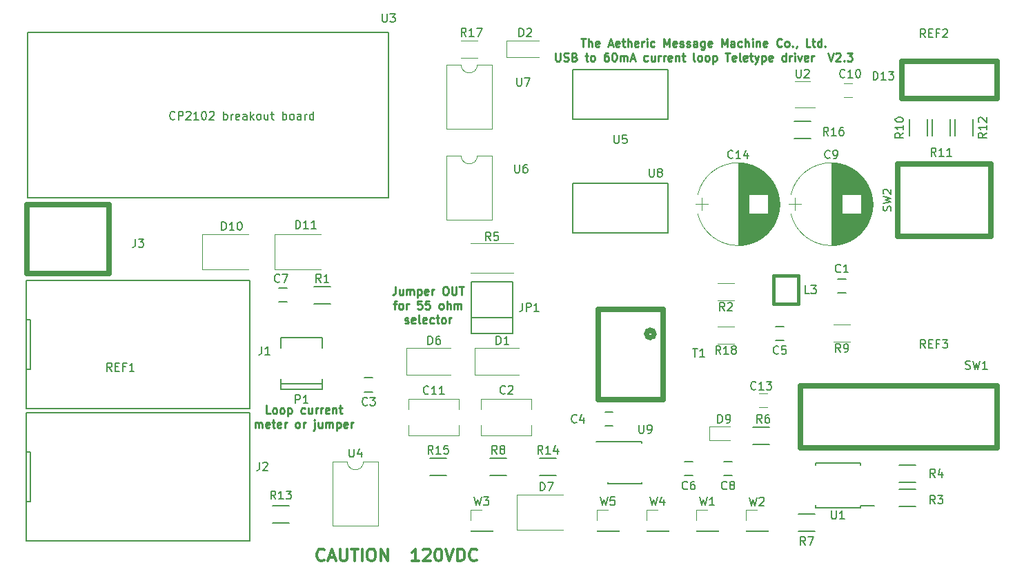
<source format=gbr>
G04 #@! TF.FileFunction,Legend,Top*
%FSLAX46Y46*%
G04 Gerber Fmt 4.6, Leading zero omitted, Abs format (unit mm)*
G04 Created by KiCad (PCBNEW 4.0.6-e0-6349~53~ubuntu16.04.1) date Mon May 15 14:01:16 2017*
%MOMM*%
%LPD*%
G01*
G04 APERTURE LIST*
%ADD10C,0.100000*%
%ADD11C,0.250000*%
%ADD12C,0.300000*%
%ADD13C,0.700000*%
%ADD14C,0.120000*%
%ADD15C,0.150000*%
%ADD16C,0.400000*%
G04 APERTURE END LIST*
D10*
D11*
X101179810Y-115050381D02*
X101179810Y-115764667D01*
X101132190Y-115907524D01*
X101036952Y-116002762D01*
X100894095Y-116050381D01*
X100798857Y-116050381D01*
X102084572Y-115383714D02*
X102084572Y-116050381D01*
X101656000Y-115383714D02*
X101656000Y-115907524D01*
X101703619Y-116002762D01*
X101798857Y-116050381D01*
X101941715Y-116050381D01*
X102036953Y-116002762D01*
X102084572Y-115955143D01*
X102560762Y-116050381D02*
X102560762Y-115383714D01*
X102560762Y-115478952D02*
X102608381Y-115431333D01*
X102703619Y-115383714D01*
X102846477Y-115383714D01*
X102941715Y-115431333D01*
X102989334Y-115526571D01*
X102989334Y-116050381D01*
X102989334Y-115526571D02*
X103036953Y-115431333D01*
X103132191Y-115383714D01*
X103275048Y-115383714D01*
X103370286Y-115431333D01*
X103417905Y-115526571D01*
X103417905Y-116050381D01*
X103894095Y-115383714D02*
X103894095Y-116383714D01*
X103894095Y-115431333D02*
X103989333Y-115383714D01*
X104179810Y-115383714D01*
X104275048Y-115431333D01*
X104322667Y-115478952D01*
X104370286Y-115574190D01*
X104370286Y-115859905D01*
X104322667Y-115955143D01*
X104275048Y-116002762D01*
X104179810Y-116050381D01*
X103989333Y-116050381D01*
X103894095Y-116002762D01*
X105179810Y-116002762D02*
X105084572Y-116050381D01*
X104894095Y-116050381D01*
X104798857Y-116002762D01*
X104751238Y-115907524D01*
X104751238Y-115526571D01*
X104798857Y-115431333D01*
X104894095Y-115383714D01*
X105084572Y-115383714D01*
X105179810Y-115431333D01*
X105227429Y-115526571D01*
X105227429Y-115621810D01*
X104751238Y-115717048D01*
X105656000Y-116050381D02*
X105656000Y-115383714D01*
X105656000Y-115574190D02*
X105703619Y-115478952D01*
X105751238Y-115431333D01*
X105846476Y-115383714D01*
X105941715Y-115383714D01*
X107227429Y-115050381D02*
X107417906Y-115050381D01*
X107513144Y-115098000D01*
X107608382Y-115193238D01*
X107656001Y-115383714D01*
X107656001Y-115717048D01*
X107608382Y-115907524D01*
X107513144Y-116002762D01*
X107417906Y-116050381D01*
X107227429Y-116050381D01*
X107132191Y-116002762D01*
X107036953Y-115907524D01*
X106989334Y-115717048D01*
X106989334Y-115383714D01*
X107036953Y-115193238D01*
X107132191Y-115098000D01*
X107227429Y-115050381D01*
X108084572Y-115050381D02*
X108084572Y-115859905D01*
X108132191Y-115955143D01*
X108179810Y-116002762D01*
X108275048Y-116050381D01*
X108465525Y-116050381D01*
X108560763Y-116002762D01*
X108608382Y-115955143D01*
X108656001Y-115859905D01*
X108656001Y-115050381D01*
X108989334Y-115050381D02*
X109560763Y-115050381D01*
X109275048Y-116050381D02*
X109275048Y-115050381D01*
X100917904Y-117133714D02*
X101298856Y-117133714D01*
X101060761Y-117800381D02*
X101060761Y-116943238D01*
X101108380Y-116848000D01*
X101203618Y-116800381D01*
X101298856Y-116800381D01*
X101775047Y-117800381D02*
X101679809Y-117752762D01*
X101632190Y-117705143D01*
X101584571Y-117609905D01*
X101584571Y-117324190D01*
X101632190Y-117228952D01*
X101679809Y-117181333D01*
X101775047Y-117133714D01*
X101917905Y-117133714D01*
X102013143Y-117181333D01*
X102060762Y-117228952D01*
X102108381Y-117324190D01*
X102108381Y-117609905D01*
X102060762Y-117705143D01*
X102013143Y-117752762D01*
X101917905Y-117800381D01*
X101775047Y-117800381D01*
X102536952Y-117800381D02*
X102536952Y-117133714D01*
X102536952Y-117324190D02*
X102584571Y-117228952D01*
X102632190Y-117181333D01*
X102727428Y-117133714D01*
X102822667Y-117133714D01*
X104394096Y-116800381D02*
X103917905Y-116800381D01*
X103870286Y-117276571D01*
X103917905Y-117228952D01*
X104013143Y-117181333D01*
X104251239Y-117181333D01*
X104346477Y-117228952D01*
X104394096Y-117276571D01*
X104441715Y-117371810D01*
X104441715Y-117609905D01*
X104394096Y-117705143D01*
X104346477Y-117752762D01*
X104251239Y-117800381D01*
X104013143Y-117800381D01*
X103917905Y-117752762D01*
X103870286Y-117705143D01*
X105346477Y-116800381D02*
X104870286Y-116800381D01*
X104822667Y-117276571D01*
X104870286Y-117228952D01*
X104965524Y-117181333D01*
X105203620Y-117181333D01*
X105298858Y-117228952D01*
X105346477Y-117276571D01*
X105394096Y-117371810D01*
X105394096Y-117609905D01*
X105346477Y-117705143D01*
X105298858Y-117752762D01*
X105203620Y-117800381D01*
X104965524Y-117800381D01*
X104870286Y-117752762D01*
X104822667Y-117705143D01*
X106727429Y-117800381D02*
X106632191Y-117752762D01*
X106584572Y-117705143D01*
X106536953Y-117609905D01*
X106536953Y-117324190D01*
X106584572Y-117228952D01*
X106632191Y-117181333D01*
X106727429Y-117133714D01*
X106870287Y-117133714D01*
X106965525Y-117181333D01*
X107013144Y-117228952D01*
X107060763Y-117324190D01*
X107060763Y-117609905D01*
X107013144Y-117705143D01*
X106965525Y-117752762D01*
X106870287Y-117800381D01*
X106727429Y-117800381D01*
X107489334Y-117800381D02*
X107489334Y-116800381D01*
X107917906Y-117800381D02*
X107917906Y-117276571D01*
X107870287Y-117181333D01*
X107775049Y-117133714D01*
X107632191Y-117133714D01*
X107536953Y-117181333D01*
X107489334Y-117228952D01*
X108394096Y-117800381D02*
X108394096Y-117133714D01*
X108394096Y-117228952D02*
X108441715Y-117181333D01*
X108536953Y-117133714D01*
X108679811Y-117133714D01*
X108775049Y-117181333D01*
X108822668Y-117276571D01*
X108822668Y-117800381D01*
X108822668Y-117276571D02*
X108870287Y-117181333D01*
X108965525Y-117133714D01*
X109108382Y-117133714D01*
X109203620Y-117181333D01*
X109251239Y-117276571D01*
X109251239Y-117800381D01*
X102346475Y-119502762D02*
X102441713Y-119550381D01*
X102632189Y-119550381D01*
X102727428Y-119502762D01*
X102775047Y-119407524D01*
X102775047Y-119359905D01*
X102727428Y-119264667D01*
X102632189Y-119217048D01*
X102489332Y-119217048D01*
X102394094Y-119169429D01*
X102346475Y-119074190D01*
X102346475Y-119026571D01*
X102394094Y-118931333D01*
X102489332Y-118883714D01*
X102632189Y-118883714D01*
X102727428Y-118931333D01*
X103584571Y-119502762D02*
X103489333Y-119550381D01*
X103298856Y-119550381D01*
X103203618Y-119502762D01*
X103155999Y-119407524D01*
X103155999Y-119026571D01*
X103203618Y-118931333D01*
X103298856Y-118883714D01*
X103489333Y-118883714D01*
X103584571Y-118931333D01*
X103632190Y-119026571D01*
X103632190Y-119121810D01*
X103155999Y-119217048D01*
X104203618Y-119550381D02*
X104108380Y-119502762D01*
X104060761Y-119407524D01*
X104060761Y-118550381D01*
X104965524Y-119502762D02*
X104870286Y-119550381D01*
X104679809Y-119550381D01*
X104584571Y-119502762D01*
X104536952Y-119407524D01*
X104536952Y-119026571D01*
X104584571Y-118931333D01*
X104679809Y-118883714D01*
X104870286Y-118883714D01*
X104965524Y-118931333D01*
X105013143Y-119026571D01*
X105013143Y-119121810D01*
X104536952Y-119217048D01*
X105870286Y-119502762D02*
X105775048Y-119550381D01*
X105584571Y-119550381D01*
X105489333Y-119502762D01*
X105441714Y-119455143D01*
X105394095Y-119359905D01*
X105394095Y-119074190D01*
X105441714Y-118978952D01*
X105489333Y-118931333D01*
X105584571Y-118883714D01*
X105775048Y-118883714D01*
X105870286Y-118931333D01*
X106156000Y-118883714D02*
X106536952Y-118883714D01*
X106298857Y-118550381D02*
X106298857Y-119407524D01*
X106346476Y-119502762D01*
X106441714Y-119550381D01*
X106536952Y-119550381D01*
X107013143Y-119550381D02*
X106917905Y-119502762D01*
X106870286Y-119455143D01*
X106822667Y-119359905D01*
X106822667Y-119074190D01*
X106870286Y-118978952D01*
X106917905Y-118931333D01*
X107013143Y-118883714D01*
X107156001Y-118883714D01*
X107251239Y-118931333D01*
X107298858Y-118978952D01*
X107346477Y-119074190D01*
X107346477Y-119359905D01*
X107298858Y-119455143D01*
X107251239Y-119502762D01*
X107156001Y-119550381D01*
X107013143Y-119550381D01*
X107775048Y-119550381D02*
X107775048Y-118883714D01*
X107775048Y-119074190D02*
X107822667Y-118978952D01*
X107870286Y-118931333D01*
X107965524Y-118883714D01*
X108060763Y-118883714D01*
X85820761Y-130641381D02*
X85344570Y-130641381D01*
X85344570Y-129641381D01*
X86296951Y-130641381D02*
X86201713Y-130593762D01*
X86154094Y-130546143D01*
X86106475Y-130450905D01*
X86106475Y-130165190D01*
X86154094Y-130069952D01*
X86201713Y-130022333D01*
X86296951Y-129974714D01*
X86439809Y-129974714D01*
X86535047Y-130022333D01*
X86582666Y-130069952D01*
X86630285Y-130165190D01*
X86630285Y-130450905D01*
X86582666Y-130546143D01*
X86535047Y-130593762D01*
X86439809Y-130641381D01*
X86296951Y-130641381D01*
X87201713Y-130641381D02*
X87106475Y-130593762D01*
X87058856Y-130546143D01*
X87011237Y-130450905D01*
X87011237Y-130165190D01*
X87058856Y-130069952D01*
X87106475Y-130022333D01*
X87201713Y-129974714D01*
X87344571Y-129974714D01*
X87439809Y-130022333D01*
X87487428Y-130069952D01*
X87535047Y-130165190D01*
X87535047Y-130450905D01*
X87487428Y-130546143D01*
X87439809Y-130593762D01*
X87344571Y-130641381D01*
X87201713Y-130641381D01*
X87963618Y-129974714D02*
X87963618Y-130974714D01*
X87963618Y-130022333D02*
X88058856Y-129974714D01*
X88249333Y-129974714D01*
X88344571Y-130022333D01*
X88392190Y-130069952D01*
X88439809Y-130165190D01*
X88439809Y-130450905D01*
X88392190Y-130546143D01*
X88344571Y-130593762D01*
X88249333Y-130641381D01*
X88058856Y-130641381D01*
X87963618Y-130593762D01*
X90058857Y-130593762D02*
X89963619Y-130641381D01*
X89773142Y-130641381D01*
X89677904Y-130593762D01*
X89630285Y-130546143D01*
X89582666Y-130450905D01*
X89582666Y-130165190D01*
X89630285Y-130069952D01*
X89677904Y-130022333D01*
X89773142Y-129974714D01*
X89963619Y-129974714D01*
X90058857Y-130022333D01*
X90916000Y-129974714D02*
X90916000Y-130641381D01*
X90487428Y-129974714D02*
X90487428Y-130498524D01*
X90535047Y-130593762D01*
X90630285Y-130641381D01*
X90773143Y-130641381D01*
X90868381Y-130593762D01*
X90916000Y-130546143D01*
X91392190Y-130641381D02*
X91392190Y-129974714D01*
X91392190Y-130165190D02*
X91439809Y-130069952D01*
X91487428Y-130022333D01*
X91582666Y-129974714D01*
X91677905Y-129974714D01*
X92011238Y-130641381D02*
X92011238Y-129974714D01*
X92011238Y-130165190D02*
X92058857Y-130069952D01*
X92106476Y-130022333D01*
X92201714Y-129974714D01*
X92296953Y-129974714D01*
X93011239Y-130593762D02*
X92916001Y-130641381D01*
X92725524Y-130641381D01*
X92630286Y-130593762D01*
X92582667Y-130498524D01*
X92582667Y-130117571D01*
X92630286Y-130022333D01*
X92725524Y-129974714D01*
X92916001Y-129974714D01*
X93011239Y-130022333D01*
X93058858Y-130117571D01*
X93058858Y-130212810D01*
X92582667Y-130308048D01*
X93487429Y-129974714D02*
X93487429Y-130641381D01*
X93487429Y-130069952D02*
X93535048Y-130022333D01*
X93630286Y-129974714D01*
X93773144Y-129974714D01*
X93868382Y-130022333D01*
X93916001Y-130117571D01*
X93916001Y-130641381D01*
X94249334Y-129974714D02*
X94630286Y-129974714D01*
X94392191Y-129641381D02*
X94392191Y-130498524D01*
X94439810Y-130593762D01*
X94535048Y-130641381D01*
X94630286Y-130641381D01*
X83963618Y-132391381D02*
X83963618Y-131724714D01*
X83963618Y-131819952D02*
X84011237Y-131772333D01*
X84106475Y-131724714D01*
X84249333Y-131724714D01*
X84344571Y-131772333D01*
X84392190Y-131867571D01*
X84392190Y-132391381D01*
X84392190Y-131867571D02*
X84439809Y-131772333D01*
X84535047Y-131724714D01*
X84677904Y-131724714D01*
X84773142Y-131772333D01*
X84820761Y-131867571D01*
X84820761Y-132391381D01*
X85677904Y-132343762D02*
X85582666Y-132391381D01*
X85392189Y-132391381D01*
X85296951Y-132343762D01*
X85249332Y-132248524D01*
X85249332Y-131867571D01*
X85296951Y-131772333D01*
X85392189Y-131724714D01*
X85582666Y-131724714D01*
X85677904Y-131772333D01*
X85725523Y-131867571D01*
X85725523Y-131962810D01*
X85249332Y-132058048D01*
X86011237Y-131724714D02*
X86392189Y-131724714D01*
X86154094Y-131391381D02*
X86154094Y-132248524D01*
X86201713Y-132343762D01*
X86296951Y-132391381D01*
X86392189Y-132391381D01*
X87106476Y-132343762D02*
X87011238Y-132391381D01*
X86820761Y-132391381D01*
X86725523Y-132343762D01*
X86677904Y-132248524D01*
X86677904Y-131867571D01*
X86725523Y-131772333D01*
X86820761Y-131724714D01*
X87011238Y-131724714D01*
X87106476Y-131772333D01*
X87154095Y-131867571D01*
X87154095Y-131962810D01*
X86677904Y-132058048D01*
X87582666Y-132391381D02*
X87582666Y-131724714D01*
X87582666Y-131915190D02*
X87630285Y-131819952D01*
X87677904Y-131772333D01*
X87773142Y-131724714D01*
X87868381Y-131724714D01*
X89106476Y-132391381D02*
X89011238Y-132343762D01*
X88963619Y-132296143D01*
X88916000Y-132200905D01*
X88916000Y-131915190D01*
X88963619Y-131819952D01*
X89011238Y-131772333D01*
X89106476Y-131724714D01*
X89249334Y-131724714D01*
X89344572Y-131772333D01*
X89392191Y-131819952D01*
X89439810Y-131915190D01*
X89439810Y-132200905D01*
X89392191Y-132296143D01*
X89344572Y-132343762D01*
X89249334Y-132391381D01*
X89106476Y-132391381D01*
X89868381Y-132391381D02*
X89868381Y-131724714D01*
X89868381Y-131915190D02*
X89916000Y-131819952D01*
X89963619Y-131772333D01*
X90058857Y-131724714D01*
X90154096Y-131724714D01*
X91249334Y-131724714D02*
X91249334Y-132581857D01*
X91201715Y-132677095D01*
X91106477Y-132724714D01*
X91058858Y-132724714D01*
X91249334Y-131391381D02*
X91201715Y-131439000D01*
X91249334Y-131486619D01*
X91296953Y-131439000D01*
X91249334Y-131391381D01*
X91249334Y-131486619D01*
X92154096Y-131724714D02*
X92154096Y-132391381D01*
X91725524Y-131724714D02*
X91725524Y-132248524D01*
X91773143Y-132343762D01*
X91868381Y-132391381D01*
X92011239Y-132391381D01*
X92106477Y-132343762D01*
X92154096Y-132296143D01*
X92630286Y-132391381D02*
X92630286Y-131724714D01*
X92630286Y-131819952D02*
X92677905Y-131772333D01*
X92773143Y-131724714D01*
X92916001Y-131724714D01*
X93011239Y-131772333D01*
X93058858Y-131867571D01*
X93058858Y-132391381D01*
X93058858Y-131867571D02*
X93106477Y-131772333D01*
X93201715Y-131724714D01*
X93344572Y-131724714D01*
X93439810Y-131772333D01*
X93487429Y-131867571D01*
X93487429Y-132391381D01*
X93963619Y-131724714D02*
X93963619Y-132724714D01*
X93963619Y-131772333D02*
X94058857Y-131724714D01*
X94249334Y-131724714D01*
X94344572Y-131772333D01*
X94392191Y-131819952D01*
X94439810Y-131915190D01*
X94439810Y-132200905D01*
X94392191Y-132296143D01*
X94344572Y-132343762D01*
X94249334Y-132391381D01*
X94058857Y-132391381D01*
X93963619Y-132343762D01*
X95249334Y-132343762D02*
X95154096Y-132391381D01*
X94963619Y-132391381D01*
X94868381Y-132343762D01*
X94820762Y-132248524D01*
X94820762Y-131867571D01*
X94868381Y-131772333D01*
X94963619Y-131724714D01*
X95154096Y-131724714D01*
X95249334Y-131772333D01*
X95296953Y-131867571D01*
X95296953Y-131962810D01*
X94820762Y-132058048D01*
X95725524Y-132391381D02*
X95725524Y-131724714D01*
X95725524Y-131915190D02*
X95773143Y-131819952D01*
X95820762Y-131772333D01*
X95916000Y-131724714D01*
X96011239Y-131724714D01*
D12*
X92453144Y-148617714D02*
X92381715Y-148689143D01*
X92167429Y-148760571D01*
X92024572Y-148760571D01*
X91810287Y-148689143D01*
X91667429Y-148546286D01*
X91596001Y-148403429D01*
X91524572Y-148117714D01*
X91524572Y-147903429D01*
X91596001Y-147617714D01*
X91667429Y-147474857D01*
X91810287Y-147332000D01*
X92024572Y-147260571D01*
X92167429Y-147260571D01*
X92381715Y-147332000D01*
X92453144Y-147403429D01*
X93024572Y-148332000D02*
X93738858Y-148332000D01*
X92881715Y-148760571D02*
X93381715Y-147260571D01*
X93881715Y-148760571D01*
X94381715Y-147260571D02*
X94381715Y-148474857D01*
X94453143Y-148617714D01*
X94524572Y-148689143D01*
X94667429Y-148760571D01*
X94953143Y-148760571D01*
X95096001Y-148689143D01*
X95167429Y-148617714D01*
X95238858Y-148474857D01*
X95238858Y-147260571D01*
X95738858Y-147260571D02*
X96596001Y-147260571D01*
X96167430Y-148760571D02*
X96167430Y-147260571D01*
X97096001Y-148760571D02*
X97096001Y-147260571D01*
X98096001Y-147260571D02*
X98381715Y-147260571D01*
X98524573Y-147332000D01*
X98667430Y-147474857D01*
X98738858Y-147760571D01*
X98738858Y-148260571D01*
X98667430Y-148546286D01*
X98524573Y-148689143D01*
X98381715Y-148760571D01*
X98096001Y-148760571D01*
X97953144Y-148689143D01*
X97810287Y-148546286D01*
X97738858Y-148260571D01*
X97738858Y-147760571D01*
X97810287Y-147474857D01*
X97953144Y-147332000D01*
X98096001Y-147260571D01*
X99381716Y-148760571D02*
X99381716Y-147260571D01*
X100238859Y-148760571D01*
X100238859Y-147260571D01*
X104024573Y-148760571D02*
X103167430Y-148760571D01*
X103596002Y-148760571D02*
X103596002Y-147260571D01*
X103453145Y-147474857D01*
X103310287Y-147617714D01*
X103167430Y-147689143D01*
X104596001Y-147403429D02*
X104667430Y-147332000D01*
X104810287Y-147260571D01*
X105167430Y-147260571D01*
X105310287Y-147332000D01*
X105381716Y-147403429D01*
X105453144Y-147546286D01*
X105453144Y-147689143D01*
X105381716Y-147903429D01*
X104524573Y-148760571D01*
X105453144Y-148760571D01*
X106381715Y-147260571D02*
X106524572Y-147260571D01*
X106667429Y-147332000D01*
X106738858Y-147403429D01*
X106810287Y-147546286D01*
X106881715Y-147832000D01*
X106881715Y-148189143D01*
X106810287Y-148474857D01*
X106738858Y-148617714D01*
X106667429Y-148689143D01*
X106524572Y-148760571D01*
X106381715Y-148760571D01*
X106238858Y-148689143D01*
X106167429Y-148617714D01*
X106096001Y-148474857D01*
X106024572Y-148189143D01*
X106024572Y-147832000D01*
X106096001Y-147546286D01*
X106167429Y-147403429D01*
X106238858Y-147332000D01*
X106381715Y-147260571D01*
X107310286Y-147260571D02*
X107810286Y-148760571D01*
X108310286Y-147260571D01*
X108810286Y-148760571D02*
X108810286Y-147260571D01*
X109167429Y-147260571D01*
X109381714Y-147332000D01*
X109524572Y-147474857D01*
X109596000Y-147617714D01*
X109667429Y-147903429D01*
X109667429Y-148117714D01*
X109596000Y-148403429D01*
X109524572Y-148546286D01*
X109381714Y-148689143D01*
X109167429Y-148760571D01*
X108810286Y-148760571D01*
X111167429Y-148617714D02*
X111096000Y-148689143D01*
X110881714Y-148760571D01*
X110738857Y-148760571D01*
X110524572Y-148689143D01*
X110381714Y-148546286D01*
X110310286Y-148403429D01*
X110238857Y-148117714D01*
X110238857Y-147903429D01*
X110310286Y-147617714D01*
X110381714Y-147474857D01*
X110524572Y-147332000D01*
X110738857Y-147260571D01*
X110881714Y-147260571D01*
X111096000Y-147332000D01*
X111167429Y-147403429D01*
D11*
X123952380Y-84577381D02*
X124523809Y-84577381D01*
X124238094Y-85577381D02*
X124238094Y-84577381D01*
X124857142Y-85577381D02*
X124857142Y-84577381D01*
X125285714Y-85577381D02*
X125285714Y-85053571D01*
X125238095Y-84958333D01*
X125142857Y-84910714D01*
X124999999Y-84910714D01*
X124904761Y-84958333D01*
X124857142Y-85005952D01*
X126142857Y-85529762D02*
X126047619Y-85577381D01*
X125857142Y-85577381D01*
X125761904Y-85529762D01*
X125714285Y-85434524D01*
X125714285Y-85053571D01*
X125761904Y-84958333D01*
X125857142Y-84910714D01*
X126047619Y-84910714D01*
X126142857Y-84958333D01*
X126190476Y-85053571D01*
X126190476Y-85148810D01*
X125714285Y-85244048D01*
X127333333Y-85291667D02*
X127809524Y-85291667D01*
X127238095Y-85577381D02*
X127571428Y-84577381D01*
X127904762Y-85577381D01*
X128619048Y-85529762D02*
X128523810Y-85577381D01*
X128333333Y-85577381D01*
X128238095Y-85529762D01*
X128190476Y-85434524D01*
X128190476Y-85053571D01*
X128238095Y-84958333D01*
X128333333Y-84910714D01*
X128523810Y-84910714D01*
X128619048Y-84958333D01*
X128666667Y-85053571D01*
X128666667Y-85148810D01*
X128190476Y-85244048D01*
X128952381Y-84910714D02*
X129333333Y-84910714D01*
X129095238Y-84577381D02*
X129095238Y-85434524D01*
X129142857Y-85529762D01*
X129238095Y-85577381D01*
X129333333Y-85577381D01*
X129666667Y-85577381D02*
X129666667Y-84577381D01*
X130095239Y-85577381D02*
X130095239Y-85053571D01*
X130047620Y-84958333D01*
X129952382Y-84910714D01*
X129809524Y-84910714D01*
X129714286Y-84958333D01*
X129666667Y-85005952D01*
X130952382Y-85529762D02*
X130857144Y-85577381D01*
X130666667Y-85577381D01*
X130571429Y-85529762D01*
X130523810Y-85434524D01*
X130523810Y-85053571D01*
X130571429Y-84958333D01*
X130666667Y-84910714D01*
X130857144Y-84910714D01*
X130952382Y-84958333D01*
X131000001Y-85053571D01*
X131000001Y-85148810D01*
X130523810Y-85244048D01*
X131428572Y-85577381D02*
X131428572Y-84910714D01*
X131428572Y-85101190D02*
X131476191Y-85005952D01*
X131523810Y-84958333D01*
X131619048Y-84910714D01*
X131714287Y-84910714D01*
X132047620Y-85577381D02*
X132047620Y-84910714D01*
X132047620Y-84577381D02*
X132000001Y-84625000D01*
X132047620Y-84672619D01*
X132095239Y-84625000D01*
X132047620Y-84577381D01*
X132047620Y-84672619D01*
X132952382Y-85529762D02*
X132857144Y-85577381D01*
X132666667Y-85577381D01*
X132571429Y-85529762D01*
X132523810Y-85482143D01*
X132476191Y-85386905D01*
X132476191Y-85101190D01*
X132523810Y-85005952D01*
X132571429Y-84958333D01*
X132666667Y-84910714D01*
X132857144Y-84910714D01*
X132952382Y-84958333D01*
X134142858Y-85577381D02*
X134142858Y-84577381D01*
X134476192Y-85291667D01*
X134809525Y-84577381D01*
X134809525Y-85577381D01*
X135666668Y-85529762D02*
X135571430Y-85577381D01*
X135380953Y-85577381D01*
X135285715Y-85529762D01*
X135238096Y-85434524D01*
X135238096Y-85053571D01*
X135285715Y-84958333D01*
X135380953Y-84910714D01*
X135571430Y-84910714D01*
X135666668Y-84958333D01*
X135714287Y-85053571D01*
X135714287Y-85148810D01*
X135238096Y-85244048D01*
X136095239Y-85529762D02*
X136190477Y-85577381D01*
X136380953Y-85577381D01*
X136476192Y-85529762D01*
X136523811Y-85434524D01*
X136523811Y-85386905D01*
X136476192Y-85291667D01*
X136380953Y-85244048D01*
X136238096Y-85244048D01*
X136142858Y-85196429D01*
X136095239Y-85101190D01*
X136095239Y-85053571D01*
X136142858Y-84958333D01*
X136238096Y-84910714D01*
X136380953Y-84910714D01*
X136476192Y-84958333D01*
X136904763Y-85529762D02*
X137000001Y-85577381D01*
X137190477Y-85577381D01*
X137285716Y-85529762D01*
X137333335Y-85434524D01*
X137333335Y-85386905D01*
X137285716Y-85291667D01*
X137190477Y-85244048D01*
X137047620Y-85244048D01*
X136952382Y-85196429D01*
X136904763Y-85101190D01*
X136904763Y-85053571D01*
X136952382Y-84958333D01*
X137047620Y-84910714D01*
X137190477Y-84910714D01*
X137285716Y-84958333D01*
X138190478Y-85577381D02*
X138190478Y-85053571D01*
X138142859Y-84958333D01*
X138047621Y-84910714D01*
X137857144Y-84910714D01*
X137761906Y-84958333D01*
X138190478Y-85529762D02*
X138095240Y-85577381D01*
X137857144Y-85577381D01*
X137761906Y-85529762D01*
X137714287Y-85434524D01*
X137714287Y-85339286D01*
X137761906Y-85244048D01*
X137857144Y-85196429D01*
X138095240Y-85196429D01*
X138190478Y-85148810D01*
X139095240Y-84910714D02*
X139095240Y-85720238D01*
X139047621Y-85815476D01*
X139000002Y-85863095D01*
X138904763Y-85910714D01*
X138761906Y-85910714D01*
X138666668Y-85863095D01*
X139095240Y-85529762D02*
X139000002Y-85577381D01*
X138809525Y-85577381D01*
X138714287Y-85529762D01*
X138666668Y-85482143D01*
X138619049Y-85386905D01*
X138619049Y-85101190D01*
X138666668Y-85005952D01*
X138714287Y-84958333D01*
X138809525Y-84910714D01*
X139000002Y-84910714D01*
X139095240Y-84958333D01*
X139952383Y-85529762D02*
X139857145Y-85577381D01*
X139666668Y-85577381D01*
X139571430Y-85529762D01*
X139523811Y-85434524D01*
X139523811Y-85053571D01*
X139571430Y-84958333D01*
X139666668Y-84910714D01*
X139857145Y-84910714D01*
X139952383Y-84958333D01*
X140000002Y-85053571D01*
X140000002Y-85148810D01*
X139523811Y-85244048D01*
X141190478Y-85577381D02*
X141190478Y-84577381D01*
X141523812Y-85291667D01*
X141857145Y-84577381D01*
X141857145Y-85577381D01*
X142761907Y-85577381D02*
X142761907Y-85053571D01*
X142714288Y-84958333D01*
X142619050Y-84910714D01*
X142428573Y-84910714D01*
X142333335Y-84958333D01*
X142761907Y-85529762D02*
X142666669Y-85577381D01*
X142428573Y-85577381D01*
X142333335Y-85529762D01*
X142285716Y-85434524D01*
X142285716Y-85339286D01*
X142333335Y-85244048D01*
X142428573Y-85196429D01*
X142666669Y-85196429D01*
X142761907Y-85148810D01*
X143666669Y-85529762D02*
X143571431Y-85577381D01*
X143380954Y-85577381D01*
X143285716Y-85529762D01*
X143238097Y-85482143D01*
X143190478Y-85386905D01*
X143190478Y-85101190D01*
X143238097Y-85005952D01*
X143285716Y-84958333D01*
X143380954Y-84910714D01*
X143571431Y-84910714D01*
X143666669Y-84958333D01*
X144095240Y-85577381D02*
X144095240Y-84577381D01*
X144523812Y-85577381D02*
X144523812Y-85053571D01*
X144476193Y-84958333D01*
X144380955Y-84910714D01*
X144238097Y-84910714D01*
X144142859Y-84958333D01*
X144095240Y-85005952D01*
X145000002Y-85577381D02*
X145000002Y-84910714D01*
X145000002Y-84577381D02*
X144952383Y-84625000D01*
X145000002Y-84672619D01*
X145047621Y-84625000D01*
X145000002Y-84577381D01*
X145000002Y-84672619D01*
X145476192Y-84910714D02*
X145476192Y-85577381D01*
X145476192Y-85005952D02*
X145523811Y-84958333D01*
X145619049Y-84910714D01*
X145761907Y-84910714D01*
X145857145Y-84958333D01*
X145904764Y-85053571D01*
X145904764Y-85577381D01*
X146761907Y-85529762D02*
X146666669Y-85577381D01*
X146476192Y-85577381D01*
X146380954Y-85529762D01*
X146333335Y-85434524D01*
X146333335Y-85053571D01*
X146380954Y-84958333D01*
X146476192Y-84910714D01*
X146666669Y-84910714D01*
X146761907Y-84958333D01*
X146809526Y-85053571D01*
X146809526Y-85148810D01*
X146333335Y-85244048D01*
X148571431Y-85482143D02*
X148523812Y-85529762D01*
X148380955Y-85577381D01*
X148285717Y-85577381D01*
X148142859Y-85529762D01*
X148047621Y-85434524D01*
X148000002Y-85339286D01*
X147952383Y-85148810D01*
X147952383Y-85005952D01*
X148000002Y-84815476D01*
X148047621Y-84720238D01*
X148142859Y-84625000D01*
X148285717Y-84577381D01*
X148380955Y-84577381D01*
X148523812Y-84625000D01*
X148571431Y-84672619D01*
X149142859Y-85577381D02*
X149047621Y-85529762D01*
X149000002Y-85482143D01*
X148952383Y-85386905D01*
X148952383Y-85101190D01*
X149000002Y-85005952D01*
X149047621Y-84958333D01*
X149142859Y-84910714D01*
X149285717Y-84910714D01*
X149380955Y-84958333D01*
X149428574Y-85005952D01*
X149476193Y-85101190D01*
X149476193Y-85386905D01*
X149428574Y-85482143D01*
X149380955Y-85529762D01*
X149285717Y-85577381D01*
X149142859Y-85577381D01*
X149904764Y-85482143D02*
X149952383Y-85529762D01*
X149904764Y-85577381D01*
X149857145Y-85529762D01*
X149904764Y-85482143D01*
X149904764Y-85577381D01*
X150428573Y-85529762D02*
X150428573Y-85577381D01*
X150380954Y-85672619D01*
X150333335Y-85720238D01*
X152095240Y-85577381D02*
X151619049Y-85577381D01*
X151619049Y-84577381D01*
X152285716Y-84910714D02*
X152666668Y-84910714D01*
X152428573Y-84577381D02*
X152428573Y-85434524D01*
X152476192Y-85529762D01*
X152571430Y-85577381D01*
X152666668Y-85577381D01*
X153428574Y-85577381D02*
X153428574Y-84577381D01*
X153428574Y-85529762D02*
X153333336Y-85577381D01*
X153142859Y-85577381D01*
X153047621Y-85529762D01*
X153000002Y-85482143D01*
X152952383Y-85386905D01*
X152952383Y-85101190D01*
X153000002Y-85005952D01*
X153047621Y-84958333D01*
X153142859Y-84910714D01*
X153333336Y-84910714D01*
X153428574Y-84958333D01*
X153904764Y-85482143D02*
X153952383Y-85529762D01*
X153904764Y-85577381D01*
X153857145Y-85529762D01*
X153904764Y-85482143D01*
X153904764Y-85577381D01*
X120833330Y-86327381D02*
X120833330Y-87136905D01*
X120880949Y-87232143D01*
X120928568Y-87279762D01*
X121023806Y-87327381D01*
X121214283Y-87327381D01*
X121309521Y-87279762D01*
X121357140Y-87232143D01*
X121404759Y-87136905D01*
X121404759Y-86327381D01*
X121833330Y-87279762D02*
X121976187Y-87327381D01*
X122214283Y-87327381D01*
X122309521Y-87279762D01*
X122357140Y-87232143D01*
X122404759Y-87136905D01*
X122404759Y-87041667D01*
X122357140Y-86946429D01*
X122309521Y-86898810D01*
X122214283Y-86851190D01*
X122023806Y-86803571D01*
X121928568Y-86755952D01*
X121880949Y-86708333D01*
X121833330Y-86613095D01*
X121833330Y-86517857D01*
X121880949Y-86422619D01*
X121928568Y-86375000D01*
X122023806Y-86327381D01*
X122261902Y-86327381D01*
X122404759Y-86375000D01*
X123166664Y-86803571D02*
X123309521Y-86851190D01*
X123357140Y-86898810D01*
X123404759Y-86994048D01*
X123404759Y-87136905D01*
X123357140Y-87232143D01*
X123309521Y-87279762D01*
X123214283Y-87327381D01*
X122833330Y-87327381D01*
X122833330Y-86327381D01*
X123166664Y-86327381D01*
X123261902Y-86375000D01*
X123309521Y-86422619D01*
X123357140Y-86517857D01*
X123357140Y-86613095D01*
X123309521Y-86708333D01*
X123261902Y-86755952D01*
X123166664Y-86803571D01*
X122833330Y-86803571D01*
X124452378Y-86660714D02*
X124833330Y-86660714D01*
X124595235Y-86327381D02*
X124595235Y-87184524D01*
X124642854Y-87279762D01*
X124738092Y-87327381D01*
X124833330Y-87327381D01*
X125309521Y-87327381D02*
X125214283Y-87279762D01*
X125166664Y-87232143D01*
X125119045Y-87136905D01*
X125119045Y-86851190D01*
X125166664Y-86755952D01*
X125214283Y-86708333D01*
X125309521Y-86660714D01*
X125452379Y-86660714D01*
X125547617Y-86708333D01*
X125595236Y-86755952D01*
X125642855Y-86851190D01*
X125642855Y-87136905D01*
X125595236Y-87232143D01*
X125547617Y-87279762D01*
X125452379Y-87327381D01*
X125309521Y-87327381D01*
X127261903Y-86327381D02*
X127071426Y-86327381D01*
X126976188Y-86375000D01*
X126928569Y-86422619D01*
X126833331Y-86565476D01*
X126785712Y-86755952D01*
X126785712Y-87136905D01*
X126833331Y-87232143D01*
X126880950Y-87279762D01*
X126976188Y-87327381D01*
X127166665Y-87327381D01*
X127261903Y-87279762D01*
X127309522Y-87232143D01*
X127357141Y-87136905D01*
X127357141Y-86898810D01*
X127309522Y-86803571D01*
X127261903Y-86755952D01*
X127166665Y-86708333D01*
X126976188Y-86708333D01*
X126880950Y-86755952D01*
X126833331Y-86803571D01*
X126785712Y-86898810D01*
X127976188Y-86327381D02*
X128071427Y-86327381D01*
X128166665Y-86375000D01*
X128214284Y-86422619D01*
X128261903Y-86517857D01*
X128309522Y-86708333D01*
X128309522Y-86946429D01*
X128261903Y-87136905D01*
X128214284Y-87232143D01*
X128166665Y-87279762D01*
X128071427Y-87327381D01*
X127976188Y-87327381D01*
X127880950Y-87279762D01*
X127833331Y-87232143D01*
X127785712Y-87136905D01*
X127738093Y-86946429D01*
X127738093Y-86708333D01*
X127785712Y-86517857D01*
X127833331Y-86422619D01*
X127880950Y-86375000D01*
X127976188Y-86327381D01*
X128738093Y-87327381D02*
X128738093Y-86660714D01*
X128738093Y-86755952D02*
X128785712Y-86708333D01*
X128880950Y-86660714D01*
X129023808Y-86660714D01*
X129119046Y-86708333D01*
X129166665Y-86803571D01*
X129166665Y-87327381D01*
X129166665Y-86803571D02*
X129214284Y-86708333D01*
X129309522Y-86660714D01*
X129452379Y-86660714D01*
X129547617Y-86708333D01*
X129595236Y-86803571D01*
X129595236Y-87327381D01*
X130023807Y-87041667D02*
X130499998Y-87041667D01*
X129928569Y-87327381D02*
X130261902Y-86327381D01*
X130595236Y-87327381D01*
X132119046Y-87279762D02*
X132023808Y-87327381D01*
X131833331Y-87327381D01*
X131738093Y-87279762D01*
X131690474Y-87232143D01*
X131642855Y-87136905D01*
X131642855Y-86851190D01*
X131690474Y-86755952D01*
X131738093Y-86708333D01*
X131833331Y-86660714D01*
X132023808Y-86660714D01*
X132119046Y-86708333D01*
X132976189Y-86660714D02*
X132976189Y-87327381D01*
X132547617Y-86660714D02*
X132547617Y-87184524D01*
X132595236Y-87279762D01*
X132690474Y-87327381D01*
X132833332Y-87327381D01*
X132928570Y-87279762D01*
X132976189Y-87232143D01*
X133452379Y-87327381D02*
X133452379Y-86660714D01*
X133452379Y-86851190D02*
X133499998Y-86755952D01*
X133547617Y-86708333D01*
X133642855Y-86660714D01*
X133738094Y-86660714D01*
X134071427Y-87327381D02*
X134071427Y-86660714D01*
X134071427Y-86851190D02*
X134119046Y-86755952D01*
X134166665Y-86708333D01*
X134261903Y-86660714D01*
X134357142Y-86660714D01*
X135071428Y-87279762D02*
X134976190Y-87327381D01*
X134785713Y-87327381D01*
X134690475Y-87279762D01*
X134642856Y-87184524D01*
X134642856Y-86803571D01*
X134690475Y-86708333D01*
X134785713Y-86660714D01*
X134976190Y-86660714D01*
X135071428Y-86708333D01*
X135119047Y-86803571D01*
X135119047Y-86898810D01*
X134642856Y-86994048D01*
X135547618Y-86660714D02*
X135547618Y-87327381D01*
X135547618Y-86755952D02*
X135595237Y-86708333D01*
X135690475Y-86660714D01*
X135833333Y-86660714D01*
X135928571Y-86708333D01*
X135976190Y-86803571D01*
X135976190Y-87327381D01*
X136309523Y-86660714D02*
X136690475Y-86660714D01*
X136452380Y-86327381D02*
X136452380Y-87184524D01*
X136499999Y-87279762D01*
X136595237Y-87327381D01*
X136690475Y-87327381D01*
X137928571Y-87327381D02*
X137833333Y-87279762D01*
X137785714Y-87184524D01*
X137785714Y-86327381D01*
X138452381Y-87327381D02*
X138357143Y-87279762D01*
X138309524Y-87232143D01*
X138261905Y-87136905D01*
X138261905Y-86851190D01*
X138309524Y-86755952D01*
X138357143Y-86708333D01*
X138452381Y-86660714D01*
X138595239Y-86660714D01*
X138690477Y-86708333D01*
X138738096Y-86755952D01*
X138785715Y-86851190D01*
X138785715Y-87136905D01*
X138738096Y-87232143D01*
X138690477Y-87279762D01*
X138595239Y-87327381D01*
X138452381Y-87327381D01*
X139357143Y-87327381D02*
X139261905Y-87279762D01*
X139214286Y-87232143D01*
X139166667Y-87136905D01*
X139166667Y-86851190D01*
X139214286Y-86755952D01*
X139261905Y-86708333D01*
X139357143Y-86660714D01*
X139500001Y-86660714D01*
X139595239Y-86708333D01*
X139642858Y-86755952D01*
X139690477Y-86851190D01*
X139690477Y-87136905D01*
X139642858Y-87232143D01*
X139595239Y-87279762D01*
X139500001Y-87327381D01*
X139357143Y-87327381D01*
X140119048Y-86660714D02*
X140119048Y-87660714D01*
X140119048Y-86708333D02*
X140214286Y-86660714D01*
X140404763Y-86660714D01*
X140500001Y-86708333D01*
X140547620Y-86755952D01*
X140595239Y-86851190D01*
X140595239Y-87136905D01*
X140547620Y-87232143D01*
X140500001Y-87279762D01*
X140404763Y-87327381D01*
X140214286Y-87327381D01*
X140119048Y-87279762D01*
X141642858Y-86327381D02*
X142214287Y-86327381D01*
X141928572Y-87327381D02*
X141928572Y-86327381D01*
X142928573Y-87279762D02*
X142833335Y-87327381D01*
X142642858Y-87327381D01*
X142547620Y-87279762D01*
X142500001Y-87184524D01*
X142500001Y-86803571D01*
X142547620Y-86708333D01*
X142642858Y-86660714D01*
X142833335Y-86660714D01*
X142928573Y-86708333D01*
X142976192Y-86803571D01*
X142976192Y-86898810D01*
X142500001Y-86994048D01*
X143547620Y-87327381D02*
X143452382Y-87279762D01*
X143404763Y-87184524D01*
X143404763Y-86327381D01*
X144309526Y-87279762D02*
X144214288Y-87327381D01*
X144023811Y-87327381D01*
X143928573Y-87279762D01*
X143880954Y-87184524D01*
X143880954Y-86803571D01*
X143928573Y-86708333D01*
X144023811Y-86660714D01*
X144214288Y-86660714D01*
X144309526Y-86708333D01*
X144357145Y-86803571D01*
X144357145Y-86898810D01*
X143880954Y-86994048D01*
X144642859Y-86660714D02*
X145023811Y-86660714D01*
X144785716Y-86327381D02*
X144785716Y-87184524D01*
X144833335Y-87279762D01*
X144928573Y-87327381D01*
X145023811Y-87327381D01*
X145261907Y-86660714D02*
X145500002Y-87327381D01*
X145738098Y-86660714D02*
X145500002Y-87327381D01*
X145404764Y-87565476D01*
X145357145Y-87613095D01*
X145261907Y-87660714D01*
X146119050Y-86660714D02*
X146119050Y-87660714D01*
X146119050Y-86708333D02*
X146214288Y-86660714D01*
X146404765Y-86660714D01*
X146500003Y-86708333D01*
X146547622Y-86755952D01*
X146595241Y-86851190D01*
X146595241Y-87136905D01*
X146547622Y-87232143D01*
X146500003Y-87279762D01*
X146404765Y-87327381D01*
X146214288Y-87327381D01*
X146119050Y-87279762D01*
X147404765Y-87279762D02*
X147309527Y-87327381D01*
X147119050Y-87327381D01*
X147023812Y-87279762D01*
X146976193Y-87184524D01*
X146976193Y-86803571D01*
X147023812Y-86708333D01*
X147119050Y-86660714D01*
X147309527Y-86660714D01*
X147404765Y-86708333D01*
X147452384Y-86803571D01*
X147452384Y-86898810D01*
X146976193Y-86994048D01*
X149071432Y-87327381D02*
X149071432Y-86327381D01*
X149071432Y-87279762D02*
X148976194Y-87327381D01*
X148785717Y-87327381D01*
X148690479Y-87279762D01*
X148642860Y-87232143D01*
X148595241Y-87136905D01*
X148595241Y-86851190D01*
X148642860Y-86755952D01*
X148690479Y-86708333D01*
X148785717Y-86660714D01*
X148976194Y-86660714D01*
X149071432Y-86708333D01*
X149547622Y-87327381D02*
X149547622Y-86660714D01*
X149547622Y-86851190D02*
X149595241Y-86755952D01*
X149642860Y-86708333D01*
X149738098Y-86660714D01*
X149833337Y-86660714D01*
X150166670Y-87327381D02*
X150166670Y-86660714D01*
X150166670Y-86327381D02*
X150119051Y-86375000D01*
X150166670Y-86422619D01*
X150214289Y-86375000D01*
X150166670Y-86327381D01*
X150166670Y-86422619D01*
X150547622Y-86660714D02*
X150785717Y-87327381D01*
X151023813Y-86660714D01*
X151785718Y-87279762D02*
X151690480Y-87327381D01*
X151500003Y-87327381D01*
X151404765Y-87279762D01*
X151357146Y-87184524D01*
X151357146Y-86803571D01*
X151404765Y-86708333D01*
X151500003Y-86660714D01*
X151690480Y-86660714D01*
X151785718Y-86708333D01*
X151833337Y-86803571D01*
X151833337Y-86898810D01*
X151357146Y-86994048D01*
X152261908Y-87327381D02*
X152261908Y-86660714D01*
X152261908Y-86851190D02*
X152309527Y-86755952D01*
X152357146Y-86708333D01*
X152452384Y-86660714D01*
X152547623Y-86660714D01*
X154261909Y-86327381D02*
X154595242Y-87327381D01*
X154928576Y-86327381D01*
X155214290Y-86422619D02*
X155261909Y-86375000D01*
X155357147Y-86327381D01*
X155595243Y-86327381D01*
X155690481Y-86375000D01*
X155738100Y-86422619D01*
X155785719Y-86517857D01*
X155785719Y-86613095D01*
X155738100Y-86755952D01*
X155166671Y-87327381D01*
X155785719Y-87327381D01*
X156214290Y-87232143D02*
X156261909Y-87279762D01*
X156214290Y-87327381D01*
X156166671Y-87279762D01*
X156214290Y-87232143D01*
X156214290Y-87327381D01*
X156595242Y-86327381D02*
X157214290Y-86327381D01*
X156880956Y-86708333D01*
X157023814Y-86708333D01*
X157119052Y-86755952D01*
X157166671Y-86803571D01*
X157214290Y-86898810D01*
X157214290Y-87136905D01*
X157166671Y-87232143D01*
X157119052Y-87279762D01*
X157023814Y-87327381D01*
X156738099Y-87327381D01*
X156642861Y-87279762D01*
X156595242Y-87232143D01*
D13*
X163322000Y-87376000D02*
X163322000Y-91948000D01*
X175006000Y-91948000D02*
X175006000Y-87376000D01*
X175006000Y-91948000D02*
X163322000Y-91948000D01*
X175006000Y-87376000D02*
X163322000Y-87376000D01*
X162814000Y-108839000D02*
X174244000Y-108839000D01*
X162814000Y-99949000D02*
X174244000Y-99949000D01*
X174244000Y-99949000D02*
X174244000Y-108839000D01*
X162814000Y-108839000D02*
X162814000Y-99949000D01*
D14*
X152030000Y-89830000D02*
X150230000Y-89830000D01*
X150230000Y-93050000D02*
X152680000Y-93050000D01*
D15*
X158198000Y-142201000D02*
X158198000Y-141996000D01*
X152698000Y-142201000D02*
X152698000Y-141901000D01*
X152698000Y-136691000D02*
X152698000Y-136991000D01*
X158198000Y-136691000D02*
X158198000Y-136991000D01*
X158198000Y-142201000D02*
X152698000Y-142201000D01*
X158198000Y-136691000D02*
X152698000Y-136691000D01*
X158198000Y-141996000D02*
X159948000Y-141996000D01*
D13*
X126048000Y-117944000D02*
X126048000Y-128944000D01*
X134048000Y-117844000D02*
X126048000Y-117844000D01*
X134048000Y-128944000D02*
X126048000Y-128944000D01*
X132905905Y-120844000D02*
G75*
G03X132905905Y-120844000I-457905J0D01*
G01*
X134048000Y-117844000D02*
X134048000Y-128844000D01*
D15*
X167073000Y-96504000D02*
X167073000Y-94504000D01*
X169223000Y-94504000D02*
X169223000Y-96504000D01*
X166429000Y-94504000D02*
X166429000Y-96504000D01*
X164279000Y-96504000D02*
X164279000Y-94504000D01*
X112792000Y-136085000D02*
X114792000Y-136085000D01*
X114792000Y-138235000D02*
X112792000Y-138235000D01*
X150638000Y-142943000D02*
X152638000Y-142943000D01*
X152638000Y-145093000D02*
X150638000Y-145093000D01*
X147050000Y-134425000D02*
X145050000Y-134425000D01*
X145050000Y-132275000D02*
X147050000Y-132275000D01*
X165000000Y-139075000D02*
X163000000Y-139075000D01*
X163000000Y-136925000D02*
X165000000Y-136925000D01*
X165000000Y-142075000D02*
X163000000Y-142075000D01*
X163000000Y-139925000D02*
X165000000Y-139925000D01*
X93202000Y-117153000D02*
X91202000Y-117153000D01*
X91202000Y-115003000D02*
X93202000Y-115003000D01*
D14*
X102518000Y-122556000D02*
X102518000Y-125856000D01*
X102518000Y-125856000D02*
X107918000Y-125856000D01*
X102518000Y-122556000D02*
X107918000Y-122556000D01*
X110900000Y-122556000D02*
X110900000Y-125856000D01*
X110900000Y-125856000D02*
X116300000Y-125856000D01*
X110900000Y-122556000D02*
X116300000Y-122556000D01*
D15*
X147836000Y-121627000D02*
X148836000Y-121627000D01*
X148836000Y-119927000D02*
X147836000Y-119927000D01*
X126881000Y-132168000D02*
X127881000Y-132168000D01*
X127881000Y-130468000D02*
X126881000Y-130468000D01*
X97400000Y-127950000D02*
X98400000Y-127950000D01*
X98400000Y-126250000D02*
X97400000Y-126250000D01*
X156456000Y-114085000D02*
X155456000Y-114085000D01*
X155456000Y-115785000D02*
X156456000Y-115785000D01*
X127211000Y-134077000D02*
X127211000Y-134127000D01*
X131361000Y-134077000D02*
X131361000Y-134222000D01*
X131361000Y-139227000D02*
X131361000Y-139082000D01*
X127211000Y-139227000D02*
X127211000Y-139082000D01*
X127211000Y-134077000D02*
X131361000Y-134077000D01*
X127211000Y-139227000D02*
X131361000Y-139227000D01*
X127211000Y-134127000D02*
X125811000Y-134127000D01*
X134620000Y-102362000D02*
X122936000Y-102362000D01*
X122936000Y-102362000D02*
X122936000Y-108458000D01*
X134620000Y-102362000D02*
X134620000Y-108458000D01*
X134620000Y-108458000D02*
X122936000Y-108458000D01*
D14*
X111236000Y-87764000D02*
G75*
G02X109236000Y-87764000I-1000000J0D01*
G01*
X109236000Y-87764000D02*
X107466000Y-87764000D01*
X107466000Y-87764000D02*
X107466000Y-95624000D01*
X107466000Y-95624000D02*
X113006000Y-95624000D01*
X113006000Y-95624000D02*
X113006000Y-87764000D01*
X113006000Y-87764000D02*
X111236000Y-87764000D01*
D13*
X150876000Y-127254000D02*
X175006000Y-127254000D01*
X150876000Y-134874000D02*
X150876000Y-127254000D01*
X175006000Y-134874000D02*
X150876000Y-134874000D01*
X175006000Y-127254000D02*
X175006000Y-134874000D01*
D15*
X152130000Y-96833000D02*
X150130000Y-96833000D01*
X150130000Y-94683000D02*
X152130000Y-94683000D01*
X107426000Y-138235000D02*
X105426000Y-138235000D01*
X105426000Y-136085000D02*
X107426000Y-136085000D01*
X120888000Y-138235000D02*
X118888000Y-138235000D01*
X118888000Y-136085000D02*
X120888000Y-136085000D01*
X88122000Y-144077000D02*
X86122000Y-144077000D01*
X86122000Y-141927000D02*
X88122000Y-141927000D01*
X169867000Y-96504000D02*
X169867000Y-94504000D01*
X172017000Y-94504000D02*
X172017000Y-96504000D01*
D16*
X147598000Y-113693000D02*
X147598000Y-117193000D01*
X150598000Y-113693000D02*
X147598000Y-113693000D01*
X150598000Y-117193000D02*
X150598000Y-113693000D01*
X147598000Y-117193000D02*
X150598000Y-117193000D01*
D13*
X56000000Y-113400000D02*
X66000000Y-113400000D01*
X66000000Y-105000000D02*
X66000000Y-113400000D01*
X56000000Y-105000000D02*
X66000000Y-105000000D01*
X56000000Y-113400000D02*
X56000000Y-105000000D01*
D15*
X56388000Y-135382000D02*
X55880000Y-135382000D01*
X56388000Y-141478000D02*
X56388000Y-135382000D01*
X55880000Y-141478000D02*
X56388000Y-141478000D01*
X83312000Y-130556000D02*
X83312000Y-146304000D01*
X55880000Y-146304000D02*
X55880000Y-130556000D01*
X83312000Y-146304000D02*
X55880000Y-146304000D01*
X83312000Y-130556000D02*
X55880000Y-130556000D01*
X56388000Y-119126000D02*
X55880000Y-119126000D01*
X56388000Y-125222000D02*
X56388000Y-119126000D01*
X55880000Y-125222000D02*
X56388000Y-125222000D01*
X83312000Y-114300000D02*
X83312000Y-130048000D01*
X55880000Y-130048000D02*
X55880000Y-114300000D01*
X83312000Y-130048000D02*
X55880000Y-130048000D01*
X83312000Y-114300000D02*
X55880000Y-114300000D01*
D14*
X86366000Y-108594000D02*
X86366000Y-112894000D01*
X86366000Y-112894000D02*
X92066000Y-112894000D01*
X86366000Y-108594000D02*
X92066000Y-108594000D01*
X77476000Y-108594000D02*
X77476000Y-112894000D01*
X77476000Y-112894000D02*
X83176000Y-112894000D01*
X77476000Y-108594000D02*
X83176000Y-108594000D01*
X116084000Y-140598000D02*
X116084000Y-144898000D01*
X116084000Y-144898000D02*
X121784000Y-144898000D01*
X116084000Y-140598000D02*
X121784000Y-140598000D01*
D15*
X141486000Y-138264000D02*
X142486000Y-138264000D01*
X142486000Y-136564000D02*
X141486000Y-136564000D01*
X87876000Y-115228000D02*
X86876000Y-115228000D01*
X86876000Y-116928000D02*
X87876000Y-116928000D01*
X136660000Y-138264000D02*
X137660000Y-138264000D01*
X137660000Y-136564000D02*
X136660000Y-136564000D01*
D14*
X97266000Y-136532000D02*
G75*
G02X95266000Y-136532000I-1000000J0D01*
G01*
X95266000Y-136532000D02*
X93496000Y-136532000D01*
X93496000Y-136532000D02*
X93496000Y-144392000D01*
X93496000Y-144392000D02*
X99036000Y-144392000D01*
X99036000Y-144392000D02*
X99036000Y-136532000D01*
X99036000Y-136532000D02*
X97266000Y-136532000D01*
D15*
X134620000Y-88392000D02*
X122936000Y-88392000D01*
X122936000Y-88392000D02*
X122936000Y-94488000D01*
X134620000Y-88392000D02*
X134620000Y-94488000D01*
X134620000Y-94488000D02*
X122936000Y-94488000D01*
D14*
X111236000Y-98940000D02*
G75*
G02X109236000Y-98940000I-1000000J0D01*
G01*
X109236000Y-98940000D02*
X107466000Y-98940000D01*
X107466000Y-98940000D02*
X107466000Y-106800000D01*
X107466000Y-106800000D02*
X113006000Y-106800000D01*
X113006000Y-106800000D02*
X113006000Y-98940000D01*
X113006000Y-98940000D02*
X111236000Y-98940000D01*
D15*
X56080000Y-104140000D02*
X56080000Y-83820000D01*
X100330000Y-104140000D02*
X56080000Y-104140000D01*
X100330000Y-83820000D02*
X100330000Y-104140000D01*
X56080000Y-83820000D02*
X100330000Y-83820000D01*
X110490000Y-118872000D02*
X115570000Y-118872000D01*
X110490000Y-114427000D02*
X115570000Y-114427000D01*
X115570000Y-120777000D02*
X110490000Y-120777000D01*
X115570000Y-120777000D02*
X115570000Y-114427000D01*
X110490000Y-120777000D02*
X110490000Y-114427000D01*
D14*
X139724000Y-132246000D02*
X139724000Y-133946000D01*
X139724000Y-133946000D02*
X142274000Y-133946000D01*
X139724000Y-132246000D02*
X142274000Y-132246000D01*
D15*
X92202000Y-127000000D02*
X87122000Y-127000000D01*
X87122000Y-121285000D02*
X87122000Y-122555000D01*
X87122000Y-127000000D02*
X87122000Y-126365000D01*
X92202000Y-121920000D02*
X92202000Y-122555000D01*
X92202000Y-127000000D02*
X92202000Y-126365000D01*
X92202000Y-127000000D02*
X92202000Y-127635000D01*
X92202000Y-127635000D02*
X87122000Y-127635000D01*
X87122000Y-127635000D02*
X87122000Y-127000000D01*
X87122000Y-121285000D02*
X92202000Y-121285000D01*
X92202000Y-121285000D02*
X92202000Y-121920000D01*
D14*
X111708000Y-128804000D02*
X117828000Y-128804000D01*
X111708000Y-133324000D02*
X117828000Y-133324000D01*
X111708000Y-128804000D02*
X111708000Y-130068000D01*
X111708000Y-132060000D02*
X111708000Y-133324000D01*
X117828000Y-128804000D02*
X117828000Y-130068000D01*
X117828000Y-132060000D02*
X117828000Y-133324000D01*
X154956000Y-119707000D02*
X156956000Y-119707000D01*
X156956000Y-121847000D02*
X154956000Y-121847000D01*
X138116000Y-145034000D02*
X138116000Y-145094000D01*
X138116000Y-145094000D02*
X140776000Y-145094000D01*
X140776000Y-145094000D02*
X140776000Y-145034000D01*
X140776000Y-145034000D02*
X138116000Y-145034000D01*
X138116000Y-143764000D02*
X138116000Y-142434000D01*
X138116000Y-142434000D02*
X139446000Y-142434000D01*
X144212000Y-145034000D02*
X144212000Y-145094000D01*
X144212000Y-145094000D02*
X146872000Y-145094000D01*
X146872000Y-145094000D02*
X146872000Y-145034000D01*
X146872000Y-145034000D02*
X144212000Y-145034000D01*
X144212000Y-143764000D02*
X144212000Y-142434000D01*
X144212000Y-142434000D02*
X145542000Y-142434000D01*
X110430000Y-145034000D02*
X110430000Y-145094000D01*
X110430000Y-145094000D02*
X113090000Y-145094000D01*
X113090000Y-145094000D02*
X113090000Y-145034000D01*
X113090000Y-145034000D02*
X110430000Y-145034000D01*
X110430000Y-143764000D02*
X110430000Y-142434000D01*
X110430000Y-142434000D02*
X111760000Y-142434000D01*
X132020000Y-145034000D02*
X132020000Y-145094000D01*
X132020000Y-145094000D02*
X134680000Y-145094000D01*
X134680000Y-145094000D02*
X134680000Y-145034000D01*
X134680000Y-145034000D02*
X132020000Y-145034000D01*
X132020000Y-143764000D02*
X132020000Y-142434000D01*
X132020000Y-142434000D02*
X133350000Y-142434000D01*
X125924000Y-145034000D02*
X125924000Y-145094000D01*
X125924000Y-145094000D02*
X128584000Y-145094000D01*
X128584000Y-145094000D02*
X128584000Y-145034000D01*
X128584000Y-145034000D02*
X125924000Y-145034000D01*
X125924000Y-143764000D02*
X125924000Y-142434000D01*
X125924000Y-142434000D02*
X127254000Y-142434000D01*
X115630000Y-113326000D02*
X110430000Y-113326000D01*
X110430000Y-109686000D02*
X115630000Y-109686000D01*
X109236000Y-84782000D02*
X111236000Y-84782000D01*
X111236000Y-86922000D02*
X109236000Y-86922000D01*
X156218000Y-91782000D02*
X157218000Y-91782000D01*
X157218000Y-90082000D02*
X156218000Y-90082000D01*
X114844000Y-84852000D02*
X114844000Y-86852000D01*
X114844000Y-86852000D02*
X118744000Y-86852000D01*
X114844000Y-84852000D02*
X118744000Y-84852000D01*
X159597525Y-103722806D02*
G75*
G03X149694667Y-103722000I-4951525J-1179194D01*
G01*
X159597525Y-106081194D02*
G75*
G02X149694667Y-106082000I-4951525J1179194D01*
G01*
X159597525Y-106081194D02*
G75*
G03X159597333Y-103722000I-4951525J1179194D01*
G01*
X154646000Y-99852000D02*
X154646000Y-109952000D01*
X154686000Y-99852000D02*
X154686000Y-109952000D01*
X154726000Y-99852000D02*
X154726000Y-109952000D01*
X154766000Y-99853000D02*
X154766000Y-109951000D01*
X154806000Y-99854000D02*
X154806000Y-109950000D01*
X154846000Y-99855000D02*
X154846000Y-109949000D01*
X154886000Y-99857000D02*
X154886000Y-109947000D01*
X154926000Y-99859000D02*
X154926000Y-109945000D01*
X154966000Y-99862000D02*
X154966000Y-109942000D01*
X155006000Y-99864000D02*
X155006000Y-109940000D01*
X155046000Y-99867000D02*
X155046000Y-109937000D01*
X155086000Y-99871000D02*
X155086000Y-109933000D01*
X155126000Y-99874000D02*
X155126000Y-109930000D01*
X155166000Y-99878000D02*
X155166000Y-109926000D01*
X155206000Y-99882000D02*
X155206000Y-109922000D01*
X155246000Y-99887000D02*
X155246000Y-109917000D01*
X155286000Y-99892000D02*
X155286000Y-109912000D01*
X155326000Y-99897000D02*
X155326000Y-109907000D01*
X155367000Y-99903000D02*
X155367000Y-109901000D01*
X155407000Y-99909000D02*
X155407000Y-109895000D01*
X155447000Y-99915000D02*
X155447000Y-109889000D01*
X155487000Y-99921000D02*
X155487000Y-109883000D01*
X155527000Y-99928000D02*
X155527000Y-109876000D01*
X155567000Y-99935000D02*
X155567000Y-109869000D01*
X155607000Y-99943000D02*
X155607000Y-109861000D01*
X155647000Y-99951000D02*
X155647000Y-109853000D01*
X155687000Y-99959000D02*
X155687000Y-109845000D01*
X155727000Y-99967000D02*
X155727000Y-109837000D01*
X155767000Y-99976000D02*
X155767000Y-109828000D01*
X155807000Y-99985000D02*
X155807000Y-109819000D01*
X155847000Y-99995000D02*
X155847000Y-109809000D01*
X155887000Y-100005000D02*
X155887000Y-109799000D01*
X155927000Y-100015000D02*
X155927000Y-109789000D01*
X155967000Y-100026000D02*
X155967000Y-103721000D01*
X155967000Y-106083000D02*
X155967000Y-109778000D01*
X156007000Y-100037000D02*
X156007000Y-103721000D01*
X156007000Y-106083000D02*
X156007000Y-109767000D01*
X156047000Y-100048000D02*
X156047000Y-103721000D01*
X156047000Y-106083000D02*
X156047000Y-109756000D01*
X156087000Y-100059000D02*
X156087000Y-103721000D01*
X156087000Y-106083000D02*
X156087000Y-109745000D01*
X156127000Y-100071000D02*
X156127000Y-103721000D01*
X156127000Y-106083000D02*
X156127000Y-109733000D01*
X156167000Y-100084000D02*
X156167000Y-103721000D01*
X156167000Y-106083000D02*
X156167000Y-109720000D01*
X156207000Y-100096000D02*
X156207000Y-103721000D01*
X156207000Y-106083000D02*
X156207000Y-109708000D01*
X156247000Y-100110000D02*
X156247000Y-103721000D01*
X156247000Y-106083000D02*
X156247000Y-109694000D01*
X156287000Y-100123000D02*
X156287000Y-103721000D01*
X156287000Y-106083000D02*
X156287000Y-109681000D01*
X156327000Y-100137000D02*
X156327000Y-103721000D01*
X156327000Y-106083000D02*
X156327000Y-109667000D01*
X156367000Y-100151000D02*
X156367000Y-103721000D01*
X156367000Y-106083000D02*
X156367000Y-109653000D01*
X156407000Y-100165000D02*
X156407000Y-103721000D01*
X156407000Y-106083000D02*
X156407000Y-109639000D01*
X156447000Y-100180000D02*
X156447000Y-103721000D01*
X156447000Y-106083000D02*
X156447000Y-109624000D01*
X156487000Y-100196000D02*
X156487000Y-103721000D01*
X156487000Y-106083000D02*
X156487000Y-109608000D01*
X156527000Y-100211000D02*
X156527000Y-103721000D01*
X156527000Y-106083000D02*
X156527000Y-109593000D01*
X156567000Y-100228000D02*
X156567000Y-103721000D01*
X156567000Y-106083000D02*
X156567000Y-109576000D01*
X156607000Y-100244000D02*
X156607000Y-103721000D01*
X156607000Y-106083000D02*
X156607000Y-109560000D01*
X156647000Y-100261000D02*
X156647000Y-103721000D01*
X156647000Y-106083000D02*
X156647000Y-109543000D01*
X156687000Y-100278000D02*
X156687000Y-103721000D01*
X156687000Y-106083000D02*
X156687000Y-109526000D01*
X156727000Y-100296000D02*
X156727000Y-103721000D01*
X156727000Y-106083000D02*
X156727000Y-109508000D01*
X156767000Y-100314000D02*
X156767000Y-103721000D01*
X156767000Y-106083000D02*
X156767000Y-109490000D01*
X156807000Y-100333000D02*
X156807000Y-103721000D01*
X156807000Y-106083000D02*
X156807000Y-109471000D01*
X156847000Y-100352000D02*
X156847000Y-103721000D01*
X156847000Y-106083000D02*
X156847000Y-109452000D01*
X156887000Y-100371000D02*
X156887000Y-103721000D01*
X156887000Y-106083000D02*
X156887000Y-109433000D01*
X156927000Y-100391000D02*
X156927000Y-103721000D01*
X156927000Y-106083000D02*
X156927000Y-109413000D01*
X156967000Y-100411000D02*
X156967000Y-103721000D01*
X156967000Y-106083000D02*
X156967000Y-109393000D01*
X157007000Y-100432000D02*
X157007000Y-103721000D01*
X157007000Y-106083000D02*
X157007000Y-109372000D01*
X157047000Y-100453000D02*
X157047000Y-103721000D01*
X157047000Y-106083000D02*
X157047000Y-109351000D01*
X157087000Y-100474000D02*
X157087000Y-103721000D01*
X157087000Y-106083000D02*
X157087000Y-109330000D01*
X157127000Y-100497000D02*
X157127000Y-103721000D01*
X157127000Y-106083000D02*
X157127000Y-109307000D01*
X157167000Y-100519000D02*
X157167000Y-103721000D01*
X157167000Y-106083000D02*
X157167000Y-109285000D01*
X157207000Y-100542000D02*
X157207000Y-103721000D01*
X157207000Y-106083000D02*
X157207000Y-109262000D01*
X157247000Y-100566000D02*
X157247000Y-103721000D01*
X157247000Y-106083000D02*
X157247000Y-109238000D01*
X157287000Y-100590000D02*
X157287000Y-103721000D01*
X157287000Y-106083000D02*
X157287000Y-109214000D01*
X157327000Y-100614000D02*
X157327000Y-103721000D01*
X157327000Y-106083000D02*
X157327000Y-109190000D01*
X157367000Y-100639000D02*
X157367000Y-103721000D01*
X157367000Y-106083000D02*
X157367000Y-109165000D01*
X157407000Y-100665000D02*
X157407000Y-103721000D01*
X157407000Y-106083000D02*
X157407000Y-109139000D01*
X157447000Y-100691000D02*
X157447000Y-103721000D01*
X157447000Y-106083000D02*
X157447000Y-109113000D01*
X157487000Y-100717000D02*
X157487000Y-103721000D01*
X157487000Y-106083000D02*
X157487000Y-109087000D01*
X157527000Y-100745000D02*
X157527000Y-103721000D01*
X157527000Y-106083000D02*
X157527000Y-109059000D01*
X157567000Y-100772000D02*
X157567000Y-103721000D01*
X157567000Y-106083000D02*
X157567000Y-109032000D01*
X157607000Y-100801000D02*
X157607000Y-103721000D01*
X157607000Y-106083000D02*
X157607000Y-109003000D01*
X157647000Y-100830000D02*
X157647000Y-103721000D01*
X157647000Y-106083000D02*
X157647000Y-108974000D01*
X157687000Y-100859000D02*
X157687000Y-103721000D01*
X157687000Y-106083000D02*
X157687000Y-108945000D01*
X157727000Y-100889000D02*
X157727000Y-103721000D01*
X157727000Y-106083000D02*
X157727000Y-108915000D01*
X157767000Y-100920000D02*
X157767000Y-103721000D01*
X157767000Y-106083000D02*
X157767000Y-108884000D01*
X157807000Y-100951000D02*
X157807000Y-103721000D01*
X157807000Y-106083000D02*
X157807000Y-108853000D01*
X157847000Y-100983000D02*
X157847000Y-103721000D01*
X157847000Y-106083000D02*
X157847000Y-108821000D01*
X157887000Y-101016000D02*
X157887000Y-103721000D01*
X157887000Y-106083000D02*
X157887000Y-108788000D01*
X157927000Y-101049000D02*
X157927000Y-103721000D01*
X157927000Y-106083000D02*
X157927000Y-108755000D01*
X157967000Y-101083000D02*
X157967000Y-103721000D01*
X157967000Y-106083000D02*
X157967000Y-108721000D01*
X158007000Y-101118000D02*
X158007000Y-103721000D01*
X158007000Y-106083000D02*
X158007000Y-108686000D01*
X158047000Y-101154000D02*
X158047000Y-103721000D01*
X158047000Y-106083000D02*
X158047000Y-108650000D01*
X158087000Y-101190000D02*
X158087000Y-103721000D01*
X158087000Y-106083000D02*
X158087000Y-108614000D01*
X158127000Y-101227000D02*
X158127000Y-103721000D01*
X158127000Y-106083000D02*
X158127000Y-108577000D01*
X158167000Y-101265000D02*
X158167000Y-103721000D01*
X158167000Y-106083000D02*
X158167000Y-108539000D01*
X158207000Y-101304000D02*
X158207000Y-103721000D01*
X158207000Y-106083000D02*
X158207000Y-108500000D01*
X158247000Y-101343000D02*
X158247000Y-103721000D01*
X158247000Y-106083000D02*
X158247000Y-108461000D01*
X158287000Y-101384000D02*
X158287000Y-103721000D01*
X158287000Y-106083000D02*
X158287000Y-108420000D01*
X158327000Y-101425000D02*
X158327000Y-108379000D01*
X158367000Y-101467000D02*
X158367000Y-108337000D01*
X158407000Y-101511000D02*
X158407000Y-108293000D01*
X158447000Y-101555000D02*
X158447000Y-108249000D01*
X158487000Y-101600000D02*
X158487000Y-108204000D01*
X158527000Y-101647000D02*
X158527000Y-108157000D01*
X158567000Y-101695000D02*
X158567000Y-108109000D01*
X158607000Y-101744000D02*
X158607000Y-108060000D01*
X158647000Y-101794000D02*
X158647000Y-108010000D01*
X158687000Y-101845000D02*
X158687000Y-107959000D01*
X158727000Y-101898000D02*
X158727000Y-107906000D01*
X158767000Y-101953000D02*
X158767000Y-107851000D01*
X158807000Y-102008000D02*
X158807000Y-107796000D01*
X158847000Y-102066000D02*
X158847000Y-107738000D01*
X158887000Y-102125000D02*
X158887000Y-107679000D01*
X158927000Y-102187000D02*
X158927000Y-107617000D01*
X158967000Y-102250000D02*
X158967000Y-107554000D01*
X159007000Y-102315000D02*
X159007000Y-107489000D01*
X159047000Y-102383000D02*
X159047000Y-107421000D01*
X159087000Y-102453000D02*
X159087000Y-107351000D01*
X159127000Y-102525000D02*
X159127000Y-107279000D01*
X159167000Y-102601000D02*
X159167000Y-107203000D01*
X159207000Y-102680000D02*
X159207000Y-107124000D01*
X159247000Y-102762000D02*
X159247000Y-107042000D01*
X159287000Y-102849000D02*
X159287000Y-106955000D01*
X159327000Y-102940000D02*
X159327000Y-106864000D01*
X159367000Y-103036000D02*
X159367000Y-106768000D01*
X159407000Y-103139000D02*
X159407000Y-106665000D01*
X159447000Y-103248000D02*
X159447000Y-106556000D01*
X159487000Y-103366000D02*
X159487000Y-106438000D01*
X159527000Y-103495000D02*
X159527000Y-106309000D01*
X159567000Y-103637000D02*
X159567000Y-106167000D01*
X159607000Y-103798000D02*
X159607000Y-106006000D01*
X159647000Y-103989000D02*
X159647000Y-105815000D01*
X159687000Y-104230000D02*
X159687000Y-105574000D01*
X159727000Y-104623000D02*
X159727000Y-105181000D01*
X149446000Y-104902000D02*
X150946000Y-104902000D01*
X150196000Y-104152000D02*
X150196000Y-105652000D01*
X102818000Y-128804000D02*
X108938000Y-128804000D01*
X102818000Y-133324000D02*
X108938000Y-133324000D01*
X102818000Y-128804000D02*
X102818000Y-130068000D01*
X102818000Y-132060000D02*
X102818000Y-133324000D01*
X108938000Y-128804000D02*
X108938000Y-130068000D01*
X108938000Y-132060000D02*
X108938000Y-133324000D01*
X145804000Y-129882000D02*
X146804000Y-129882000D01*
X146804000Y-128182000D02*
X145804000Y-128182000D01*
X148167525Y-103722806D02*
G75*
G03X138264667Y-103722000I-4951525J-1179194D01*
G01*
X148167525Y-106081194D02*
G75*
G02X138264667Y-106082000I-4951525J1179194D01*
G01*
X148167525Y-106081194D02*
G75*
G03X148167333Y-103722000I-4951525J1179194D01*
G01*
X143216000Y-99852000D02*
X143216000Y-109952000D01*
X143256000Y-99852000D02*
X143256000Y-109952000D01*
X143296000Y-99852000D02*
X143296000Y-109952000D01*
X143336000Y-99853000D02*
X143336000Y-109951000D01*
X143376000Y-99854000D02*
X143376000Y-109950000D01*
X143416000Y-99855000D02*
X143416000Y-109949000D01*
X143456000Y-99857000D02*
X143456000Y-109947000D01*
X143496000Y-99859000D02*
X143496000Y-109945000D01*
X143536000Y-99862000D02*
X143536000Y-109942000D01*
X143576000Y-99864000D02*
X143576000Y-109940000D01*
X143616000Y-99867000D02*
X143616000Y-109937000D01*
X143656000Y-99871000D02*
X143656000Y-109933000D01*
X143696000Y-99874000D02*
X143696000Y-109930000D01*
X143736000Y-99878000D02*
X143736000Y-109926000D01*
X143776000Y-99882000D02*
X143776000Y-109922000D01*
X143816000Y-99887000D02*
X143816000Y-109917000D01*
X143856000Y-99892000D02*
X143856000Y-109912000D01*
X143896000Y-99897000D02*
X143896000Y-109907000D01*
X143937000Y-99903000D02*
X143937000Y-109901000D01*
X143977000Y-99909000D02*
X143977000Y-109895000D01*
X144017000Y-99915000D02*
X144017000Y-109889000D01*
X144057000Y-99921000D02*
X144057000Y-109883000D01*
X144097000Y-99928000D02*
X144097000Y-109876000D01*
X144137000Y-99935000D02*
X144137000Y-109869000D01*
X144177000Y-99943000D02*
X144177000Y-109861000D01*
X144217000Y-99951000D02*
X144217000Y-109853000D01*
X144257000Y-99959000D02*
X144257000Y-109845000D01*
X144297000Y-99967000D02*
X144297000Y-109837000D01*
X144337000Y-99976000D02*
X144337000Y-109828000D01*
X144377000Y-99985000D02*
X144377000Y-109819000D01*
X144417000Y-99995000D02*
X144417000Y-109809000D01*
X144457000Y-100005000D02*
X144457000Y-109799000D01*
X144497000Y-100015000D02*
X144497000Y-109789000D01*
X144537000Y-100026000D02*
X144537000Y-103721000D01*
X144537000Y-106083000D02*
X144537000Y-109778000D01*
X144577000Y-100037000D02*
X144577000Y-103721000D01*
X144577000Y-106083000D02*
X144577000Y-109767000D01*
X144617000Y-100048000D02*
X144617000Y-103721000D01*
X144617000Y-106083000D02*
X144617000Y-109756000D01*
X144657000Y-100059000D02*
X144657000Y-103721000D01*
X144657000Y-106083000D02*
X144657000Y-109745000D01*
X144697000Y-100071000D02*
X144697000Y-103721000D01*
X144697000Y-106083000D02*
X144697000Y-109733000D01*
X144737000Y-100084000D02*
X144737000Y-103721000D01*
X144737000Y-106083000D02*
X144737000Y-109720000D01*
X144777000Y-100096000D02*
X144777000Y-103721000D01*
X144777000Y-106083000D02*
X144777000Y-109708000D01*
X144817000Y-100110000D02*
X144817000Y-103721000D01*
X144817000Y-106083000D02*
X144817000Y-109694000D01*
X144857000Y-100123000D02*
X144857000Y-103721000D01*
X144857000Y-106083000D02*
X144857000Y-109681000D01*
X144897000Y-100137000D02*
X144897000Y-103721000D01*
X144897000Y-106083000D02*
X144897000Y-109667000D01*
X144937000Y-100151000D02*
X144937000Y-103721000D01*
X144937000Y-106083000D02*
X144937000Y-109653000D01*
X144977000Y-100165000D02*
X144977000Y-103721000D01*
X144977000Y-106083000D02*
X144977000Y-109639000D01*
X145017000Y-100180000D02*
X145017000Y-103721000D01*
X145017000Y-106083000D02*
X145017000Y-109624000D01*
X145057000Y-100196000D02*
X145057000Y-103721000D01*
X145057000Y-106083000D02*
X145057000Y-109608000D01*
X145097000Y-100211000D02*
X145097000Y-103721000D01*
X145097000Y-106083000D02*
X145097000Y-109593000D01*
X145137000Y-100228000D02*
X145137000Y-103721000D01*
X145137000Y-106083000D02*
X145137000Y-109576000D01*
X145177000Y-100244000D02*
X145177000Y-103721000D01*
X145177000Y-106083000D02*
X145177000Y-109560000D01*
X145217000Y-100261000D02*
X145217000Y-103721000D01*
X145217000Y-106083000D02*
X145217000Y-109543000D01*
X145257000Y-100278000D02*
X145257000Y-103721000D01*
X145257000Y-106083000D02*
X145257000Y-109526000D01*
X145297000Y-100296000D02*
X145297000Y-103721000D01*
X145297000Y-106083000D02*
X145297000Y-109508000D01*
X145337000Y-100314000D02*
X145337000Y-103721000D01*
X145337000Y-106083000D02*
X145337000Y-109490000D01*
X145377000Y-100333000D02*
X145377000Y-103721000D01*
X145377000Y-106083000D02*
X145377000Y-109471000D01*
X145417000Y-100352000D02*
X145417000Y-103721000D01*
X145417000Y-106083000D02*
X145417000Y-109452000D01*
X145457000Y-100371000D02*
X145457000Y-103721000D01*
X145457000Y-106083000D02*
X145457000Y-109433000D01*
X145497000Y-100391000D02*
X145497000Y-103721000D01*
X145497000Y-106083000D02*
X145497000Y-109413000D01*
X145537000Y-100411000D02*
X145537000Y-103721000D01*
X145537000Y-106083000D02*
X145537000Y-109393000D01*
X145577000Y-100432000D02*
X145577000Y-103721000D01*
X145577000Y-106083000D02*
X145577000Y-109372000D01*
X145617000Y-100453000D02*
X145617000Y-103721000D01*
X145617000Y-106083000D02*
X145617000Y-109351000D01*
X145657000Y-100474000D02*
X145657000Y-103721000D01*
X145657000Y-106083000D02*
X145657000Y-109330000D01*
X145697000Y-100497000D02*
X145697000Y-103721000D01*
X145697000Y-106083000D02*
X145697000Y-109307000D01*
X145737000Y-100519000D02*
X145737000Y-103721000D01*
X145737000Y-106083000D02*
X145737000Y-109285000D01*
X145777000Y-100542000D02*
X145777000Y-103721000D01*
X145777000Y-106083000D02*
X145777000Y-109262000D01*
X145817000Y-100566000D02*
X145817000Y-103721000D01*
X145817000Y-106083000D02*
X145817000Y-109238000D01*
X145857000Y-100590000D02*
X145857000Y-103721000D01*
X145857000Y-106083000D02*
X145857000Y-109214000D01*
X145897000Y-100614000D02*
X145897000Y-103721000D01*
X145897000Y-106083000D02*
X145897000Y-109190000D01*
X145937000Y-100639000D02*
X145937000Y-103721000D01*
X145937000Y-106083000D02*
X145937000Y-109165000D01*
X145977000Y-100665000D02*
X145977000Y-103721000D01*
X145977000Y-106083000D02*
X145977000Y-109139000D01*
X146017000Y-100691000D02*
X146017000Y-103721000D01*
X146017000Y-106083000D02*
X146017000Y-109113000D01*
X146057000Y-100717000D02*
X146057000Y-103721000D01*
X146057000Y-106083000D02*
X146057000Y-109087000D01*
X146097000Y-100745000D02*
X146097000Y-103721000D01*
X146097000Y-106083000D02*
X146097000Y-109059000D01*
X146137000Y-100772000D02*
X146137000Y-103721000D01*
X146137000Y-106083000D02*
X146137000Y-109032000D01*
X146177000Y-100801000D02*
X146177000Y-103721000D01*
X146177000Y-106083000D02*
X146177000Y-109003000D01*
X146217000Y-100830000D02*
X146217000Y-103721000D01*
X146217000Y-106083000D02*
X146217000Y-108974000D01*
X146257000Y-100859000D02*
X146257000Y-103721000D01*
X146257000Y-106083000D02*
X146257000Y-108945000D01*
X146297000Y-100889000D02*
X146297000Y-103721000D01*
X146297000Y-106083000D02*
X146297000Y-108915000D01*
X146337000Y-100920000D02*
X146337000Y-103721000D01*
X146337000Y-106083000D02*
X146337000Y-108884000D01*
X146377000Y-100951000D02*
X146377000Y-103721000D01*
X146377000Y-106083000D02*
X146377000Y-108853000D01*
X146417000Y-100983000D02*
X146417000Y-103721000D01*
X146417000Y-106083000D02*
X146417000Y-108821000D01*
X146457000Y-101016000D02*
X146457000Y-103721000D01*
X146457000Y-106083000D02*
X146457000Y-108788000D01*
X146497000Y-101049000D02*
X146497000Y-103721000D01*
X146497000Y-106083000D02*
X146497000Y-108755000D01*
X146537000Y-101083000D02*
X146537000Y-103721000D01*
X146537000Y-106083000D02*
X146537000Y-108721000D01*
X146577000Y-101118000D02*
X146577000Y-103721000D01*
X146577000Y-106083000D02*
X146577000Y-108686000D01*
X146617000Y-101154000D02*
X146617000Y-103721000D01*
X146617000Y-106083000D02*
X146617000Y-108650000D01*
X146657000Y-101190000D02*
X146657000Y-103721000D01*
X146657000Y-106083000D02*
X146657000Y-108614000D01*
X146697000Y-101227000D02*
X146697000Y-103721000D01*
X146697000Y-106083000D02*
X146697000Y-108577000D01*
X146737000Y-101265000D02*
X146737000Y-103721000D01*
X146737000Y-106083000D02*
X146737000Y-108539000D01*
X146777000Y-101304000D02*
X146777000Y-103721000D01*
X146777000Y-106083000D02*
X146777000Y-108500000D01*
X146817000Y-101343000D02*
X146817000Y-103721000D01*
X146817000Y-106083000D02*
X146817000Y-108461000D01*
X146857000Y-101384000D02*
X146857000Y-103721000D01*
X146857000Y-106083000D02*
X146857000Y-108420000D01*
X146897000Y-101425000D02*
X146897000Y-108379000D01*
X146937000Y-101467000D02*
X146937000Y-108337000D01*
X146977000Y-101511000D02*
X146977000Y-108293000D01*
X147017000Y-101555000D02*
X147017000Y-108249000D01*
X147057000Y-101600000D02*
X147057000Y-108204000D01*
X147097000Y-101647000D02*
X147097000Y-108157000D01*
X147137000Y-101695000D02*
X147137000Y-108109000D01*
X147177000Y-101744000D02*
X147177000Y-108060000D01*
X147217000Y-101794000D02*
X147217000Y-108010000D01*
X147257000Y-101845000D02*
X147257000Y-107959000D01*
X147297000Y-101898000D02*
X147297000Y-107906000D01*
X147337000Y-101953000D02*
X147337000Y-107851000D01*
X147377000Y-102008000D02*
X147377000Y-107796000D01*
X147417000Y-102066000D02*
X147417000Y-107738000D01*
X147457000Y-102125000D02*
X147457000Y-107679000D01*
X147497000Y-102187000D02*
X147497000Y-107617000D01*
X147537000Y-102250000D02*
X147537000Y-107554000D01*
X147577000Y-102315000D02*
X147577000Y-107489000D01*
X147617000Y-102383000D02*
X147617000Y-107421000D01*
X147657000Y-102453000D02*
X147657000Y-107351000D01*
X147697000Y-102525000D02*
X147697000Y-107279000D01*
X147737000Y-102601000D02*
X147737000Y-107203000D01*
X147777000Y-102680000D02*
X147777000Y-107124000D01*
X147817000Y-102762000D02*
X147817000Y-107042000D01*
X147857000Y-102849000D02*
X147857000Y-106955000D01*
X147897000Y-102940000D02*
X147897000Y-106864000D01*
X147937000Y-103036000D02*
X147937000Y-106768000D01*
X147977000Y-103139000D02*
X147977000Y-106665000D01*
X148017000Y-103248000D02*
X148017000Y-106556000D01*
X148057000Y-103366000D02*
X148057000Y-106438000D01*
X148097000Y-103495000D02*
X148097000Y-106309000D01*
X148137000Y-103637000D02*
X148137000Y-106167000D01*
X148177000Y-103798000D02*
X148177000Y-106006000D01*
X148217000Y-103989000D02*
X148217000Y-105815000D01*
X148257000Y-104230000D02*
X148257000Y-105574000D01*
X148297000Y-104623000D02*
X148297000Y-105181000D01*
X138016000Y-104902000D02*
X139516000Y-104902000D01*
X138766000Y-104152000D02*
X138766000Y-105652000D01*
X140732000Y-114627000D02*
X142732000Y-114627000D01*
X142732000Y-116767000D02*
X140732000Y-116767000D01*
X140732000Y-119961000D02*
X142732000Y-119961000D01*
X142732000Y-122101000D02*
X140732000Y-122101000D01*
D15*
X159821714Y-89606381D02*
X159821714Y-88606381D01*
X160059809Y-88606381D01*
X160202667Y-88654000D01*
X160297905Y-88749238D01*
X160345524Y-88844476D01*
X160393143Y-89034952D01*
X160393143Y-89177810D01*
X160345524Y-89368286D01*
X160297905Y-89463524D01*
X160202667Y-89558762D01*
X160059809Y-89606381D01*
X159821714Y-89606381D01*
X161345524Y-89606381D02*
X160774095Y-89606381D01*
X161059809Y-89606381D02*
X161059809Y-88606381D01*
X160964571Y-88749238D01*
X160869333Y-88844476D01*
X160774095Y-88892095D01*
X161678857Y-88606381D02*
X162297905Y-88606381D01*
X161964571Y-88987333D01*
X162107429Y-88987333D01*
X162202667Y-89034952D01*
X162250286Y-89082571D01*
X162297905Y-89177810D01*
X162297905Y-89415905D01*
X162250286Y-89511143D01*
X162202667Y-89558762D01*
X162107429Y-89606381D01*
X161821714Y-89606381D01*
X161726476Y-89558762D01*
X161678857Y-89511143D01*
X161948762Y-105727333D02*
X161996381Y-105584476D01*
X161996381Y-105346380D01*
X161948762Y-105251142D01*
X161901143Y-105203523D01*
X161805905Y-105155904D01*
X161710667Y-105155904D01*
X161615429Y-105203523D01*
X161567810Y-105251142D01*
X161520190Y-105346380D01*
X161472571Y-105536857D01*
X161424952Y-105632095D01*
X161377333Y-105679714D01*
X161282095Y-105727333D01*
X161186857Y-105727333D01*
X161091619Y-105679714D01*
X161044000Y-105632095D01*
X160996381Y-105536857D01*
X160996381Y-105298761D01*
X161044000Y-105155904D01*
X160996381Y-104822571D02*
X161996381Y-104584476D01*
X161282095Y-104393999D01*
X161996381Y-104203523D01*
X160996381Y-103965428D01*
X161091619Y-103632095D02*
X161044000Y-103584476D01*
X160996381Y-103489238D01*
X160996381Y-103251142D01*
X161044000Y-103155904D01*
X161091619Y-103108285D01*
X161186857Y-103060666D01*
X161282095Y-103060666D01*
X161424952Y-103108285D01*
X161996381Y-103679714D01*
X161996381Y-103060666D01*
X150368095Y-88352381D02*
X150368095Y-89161905D01*
X150415714Y-89257143D01*
X150463333Y-89304762D01*
X150558571Y-89352381D01*
X150749048Y-89352381D01*
X150844286Y-89304762D01*
X150891905Y-89257143D01*
X150939524Y-89161905D01*
X150939524Y-88352381D01*
X151368095Y-88447619D02*
X151415714Y-88400000D01*
X151510952Y-88352381D01*
X151749048Y-88352381D01*
X151844286Y-88400000D01*
X151891905Y-88447619D01*
X151939524Y-88542857D01*
X151939524Y-88638095D01*
X151891905Y-88780952D01*
X151320476Y-89352381D01*
X151939524Y-89352381D01*
X154686095Y-142578381D02*
X154686095Y-143387905D01*
X154733714Y-143483143D01*
X154781333Y-143530762D01*
X154876571Y-143578381D01*
X155067048Y-143578381D01*
X155162286Y-143530762D01*
X155209905Y-143483143D01*
X155257524Y-143387905D01*
X155257524Y-142578381D01*
X156257524Y-143578381D02*
X155686095Y-143578381D01*
X155971809Y-143578381D02*
X155971809Y-142578381D01*
X155876571Y-142721238D01*
X155781333Y-142816476D01*
X155686095Y-142864095D01*
X137668095Y-122642381D02*
X138239524Y-122642381D01*
X137953809Y-123642381D02*
X137953809Y-122642381D01*
X139096667Y-123642381D02*
X138525238Y-123642381D01*
X138810952Y-123642381D02*
X138810952Y-122642381D01*
X138715714Y-122785238D01*
X138620476Y-122880476D01*
X138525238Y-122928095D01*
X167505143Y-99004381D02*
X167171809Y-98528190D01*
X166933714Y-99004381D02*
X166933714Y-98004381D01*
X167314667Y-98004381D01*
X167409905Y-98052000D01*
X167457524Y-98099619D01*
X167505143Y-98194857D01*
X167505143Y-98337714D01*
X167457524Y-98432952D01*
X167409905Y-98480571D01*
X167314667Y-98528190D01*
X166933714Y-98528190D01*
X168457524Y-99004381D02*
X167886095Y-99004381D01*
X168171809Y-99004381D02*
X168171809Y-98004381D01*
X168076571Y-98147238D01*
X167981333Y-98242476D01*
X167886095Y-98290095D01*
X169409905Y-99004381D02*
X168838476Y-99004381D01*
X169124190Y-99004381D02*
X169124190Y-98004381D01*
X169028952Y-98147238D01*
X168933714Y-98242476D01*
X168838476Y-98290095D01*
X163506381Y-96146857D02*
X163030190Y-96480191D01*
X163506381Y-96718286D02*
X162506381Y-96718286D01*
X162506381Y-96337333D01*
X162554000Y-96242095D01*
X162601619Y-96194476D01*
X162696857Y-96146857D01*
X162839714Y-96146857D01*
X162934952Y-96194476D01*
X162982571Y-96242095D01*
X163030190Y-96337333D01*
X163030190Y-96718286D01*
X163506381Y-95194476D02*
X163506381Y-95765905D01*
X163506381Y-95480191D02*
X162506381Y-95480191D01*
X162649238Y-95575429D01*
X162744476Y-95670667D01*
X162792095Y-95765905D01*
X162506381Y-94575429D02*
X162506381Y-94480190D01*
X162554000Y-94384952D01*
X162601619Y-94337333D01*
X162696857Y-94289714D01*
X162887333Y-94242095D01*
X163125429Y-94242095D01*
X163315905Y-94289714D01*
X163411143Y-94337333D01*
X163458762Y-94384952D01*
X163506381Y-94480190D01*
X163506381Y-94575429D01*
X163458762Y-94670667D01*
X163411143Y-94718286D01*
X163315905Y-94765905D01*
X163125429Y-94813524D01*
X162887333Y-94813524D01*
X162696857Y-94765905D01*
X162601619Y-94718286D01*
X162554000Y-94670667D01*
X162506381Y-94575429D01*
X113625334Y-135580381D02*
X113292000Y-135104190D01*
X113053905Y-135580381D02*
X113053905Y-134580381D01*
X113434858Y-134580381D01*
X113530096Y-134628000D01*
X113577715Y-134675619D01*
X113625334Y-134770857D01*
X113625334Y-134913714D01*
X113577715Y-135008952D01*
X113530096Y-135056571D01*
X113434858Y-135104190D01*
X113053905Y-135104190D01*
X114196762Y-135008952D02*
X114101524Y-134961333D01*
X114053905Y-134913714D01*
X114006286Y-134818476D01*
X114006286Y-134770857D01*
X114053905Y-134675619D01*
X114101524Y-134628000D01*
X114196762Y-134580381D01*
X114387239Y-134580381D01*
X114482477Y-134628000D01*
X114530096Y-134675619D01*
X114577715Y-134770857D01*
X114577715Y-134818476D01*
X114530096Y-134913714D01*
X114482477Y-134961333D01*
X114387239Y-135008952D01*
X114196762Y-135008952D01*
X114101524Y-135056571D01*
X114053905Y-135104190D01*
X114006286Y-135199429D01*
X114006286Y-135389905D01*
X114053905Y-135485143D01*
X114101524Y-135532762D01*
X114196762Y-135580381D01*
X114387239Y-135580381D01*
X114482477Y-135532762D01*
X114530096Y-135485143D01*
X114577715Y-135389905D01*
X114577715Y-135199429D01*
X114530096Y-135104190D01*
X114482477Y-135056571D01*
X114387239Y-135008952D01*
X151471334Y-146770381D02*
X151138000Y-146294190D01*
X150899905Y-146770381D02*
X150899905Y-145770381D01*
X151280858Y-145770381D01*
X151376096Y-145818000D01*
X151423715Y-145865619D01*
X151471334Y-145960857D01*
X151471334Y-146103714D01*
X151423715Y-146198952D01*
X151376096Y-146246571D01*
X151280858Y-146294190D01*
X150899905Y-146294190D01*
X151804667Y-145770381D02*
X152471334Y-145770381D01*
X152042762Y-146770381D01*
X146137334Y-131770381D02*
X145804000Y-131294190D01*
X145565905Y-131770381D02*
X145565905Y-130770381D01*
X145946858Y-130770381D01*
X146042096Y-130818000D01*
X146089715Y-130865619D01*
X146137334Y-130960857D01*
X146137334Y-131103714D01*
X146089715Y-131198952D01*
X146042096Y-131246571D01*
X145946858Y-131294190D01*
X145565905Y-131294190D01*
X146994477Y-130770381D02*
X146804000Y-130770381D01*
X146708762Y-130818000D01*
X146661143Y-130865619D01*
X146565905Y-131008476D01*
X146518286Y-131198952D01*
X146518286Y-131579905D01*
X146565905Y-131675143D01*
X146613524Y-131722762D01*
X146708762Y-131770381D01*
X146899239Y-131770381D01*
X146994477Y-131722762D01*
X147042096Y-131675143D01*
X147089715Y-131579905D01*
X147089715Y-131341810D01*
X147042096Y-131246571D01*
X146994477Y-131198952D01*
X146899239Y-131151333D01*
X146708762Y-131151333D01*
X146613524Y-131198952D01*
X146565905Y-131246571D01*
X146518286Y-131341810D01*
X167389334Y-138452381D02*
X167056000Y-137976190D01*
X166817905Y-138452381D02*
X166817905Y-137452381D01*
X167198858Y-137452381D01*
X167294096Y-137500000D01*
X167341715Y-137547619D01*
X167389334Y-137642857D01*
X167389334Y-137785714D01*
X167341715Y-137880952D01*
X167294096Y-137928571D01*
X167198858Y-137976190D01*
X166817905Y-137976190D01*
X168246477Y-137785714D02*
X168246477Y-138452381D01*
X168008381Y-137404762D02*
X167770286Y-138119048D01*
X168389334Y-138119048D01*
X167389334Y-141706381D02*
X167056000Y-141230190D01*
X166817905Y-141706381D02*
X166817905Y-140706381D01*
X167198858Y-140706381D01*
X167294096Y-140754000D01*
X167341715Y-140801619D01*
X167389334Y-140896857D01*
X167389334Y-141039714D01*
X167341715Y-141134952D01*
X167294096Y-141182571D01*
X167198858Y-141230190D01*
X166817905Y-141230190D01*
X167722667Y-140706381D02*
X168341715Y-140706381D01*
X168008381Y-141087333D01*
X168151239Y-141087333D01*
X168246477Y-141134952D01*
X168294096Y-141182571D01*
X168341715Y-141277810D01*
X168341715Y-141515905D01*
X168294096Y-141611143D01*
X168246477Y-141658762D01*
X168151239Y-141706381D01*
X167865524Y-141706381D01*
X167770286Y-141658762D01*
X167722667Y-141611143D01*
X92035334Y-114498381D02*
X91702000Y-114022190D01*
X91463905Y-114498381D02*
X91463905Y-113498381D01*
X91844858Y-113498381D01*
X91940096Y-113546000D01*
X91987715Y-113593619D01*
X92035334Y-113688857D01*
X92035334Y-113831714D01*
X91987715Y-113926952D01*
X91940096Y-113974571D01*
X91844858Y-114022190D01*
X91463905Y-114022190D01*
X92987715Y-114498381D02*
X92416286Y-114498381D01*
X92702000Y-114498381D02*
X92702000Y-113498381D01*
X92606762Y-113641238D01*
X92511524Y-113736476D01*
X92416286Y-113784095D01*
X105179905Y-122118381D02*
X105179905Y-121118381D01*
X105418000Y-121118381D01*
X105560858Y-121166000D01*
X105656096Y-121261238D01*
X105703715Y-121356476D01*
X105751334Y-121546952D01*
X105751334Y-121689810D01*
X105703715Y-121880286D01*
X105656096Y-121975524D01*
X105560858Y-122070762D01*
X105418000Y-122118381D01*
X105179905Y-122118381D01*
X106608477Y-121118381D02*
X106418000Y-121118381D01*
X106322762Y-121166000D01*
X106275143Y-121213619D01*
X106179905Y-121356476D01*
X106132286Y-121546952D01*
X106132286Y-121927905D01*
X106179905Y-122023143D01*
X106227524Y-122070762D01*
X106322762Y-122118381D01*
X106513239Y-122118381D01*
X106608477Y-122070762D01*
X106656096Y-122023143D01*
X106703715Y-121927905D01*
X106703715Y-121689810D01*
X106656096Y-121594571D01*
X106608477Y-121546952D01*
X106513239Y-121499333D01*
X106322762Y-121499333D01*
X106227524Y-121546952D01*
X106179905Y-121594571D01*
X106132286Y-121689810D01*
X113561905Y-122118381D02*
X113561905Y-121118381D01*
X113800000Y-121118381D01*
X113942858Y-121166000D01*
X114038096Y-121261238D01*
X114085715Y-121356476D01*
X114133334Y-121546952D01*
X114133334Y-121689810D01*
X114085715Y-121880286D01*
X114038096Y-121975524D01*
X113942858Y-122070762D01*
X113800000Y-122118381D01*
X113561905Y-122118381D01*
X115085715Y-122118381D02*
X114514286Y-122118381D01*
X114800000Y-122118381D02*
X114800000Y-121118381D01*
X114704762Y-121261238D01*
X114609524Y-121356476D01*
X114514286Y-121404095D01*
X148169334Y-123234143D02*
X148121715Y-123281762D01*
X147978858Y-123329381D01*
X147883620Y-123329381D01*
X147740762Y-123281762D01*
X147645524Y-123186524D01*
X147597905Y-123091286D01*
X147550286Y-122900810D01*
X147550286Y-122757952D01*
X147597905Y-122567476D01*
X147645524Y-122472238D01*
X147740762Y-122377000D01*
X147883620Y-122329381D01*
X147978858Y-122329381D01*
X148121715Y-122377000D01*
X148169334Y-122424619D01*
X149074096Y-122329381D02*
X148597905Y-122329381D01*
X148550286Y-122805571D01*
X148597905Y-122757952D01*
X148693143Y-122710333D01*
X148931239Y-122710333D01*
X149026477Y-122757952D01*
X149074096Y-122805571D01*
X149121715Y-122900810D01*
X149121715Y-123138905D01*
X149074096Y-123234143D01*
X149026477Y-123281762D01*
X148931239Y-123329381D01*
X148693143Y-123329381D01*
X148597905Y-123281762D01*
X148550286Y-123234143D01*
X123404334Y-131675143D02*
X123356715Y-131722762D01*
X123213858Y-131770381D01*
X123118620Y-131770381D01*
X122975762Y-131722762D01*
X122880524Y-131627524D01*
X122832905Y-131532286D01*
X122785286Y-131341810D01*
X122785286Y-131198952D01*
X122832905Y-131008476D01*
X122880524Y-130913238D01*
X122975762Y-130818000D01*
X123118620Y-130770381D01*
X123213858Y-130770381D01*
X123356715Y-130818000D01*
X123404334Y-130865619D01*
X124261477Y-131103714D02*
X124261477Y-131770381D01*
X124023381Y-130722762D02*
X123785286Y-131437048D01*
X124404334Y-131437048D01*
X97733334Y-129557143D02*
X97685715Y-129604762D01*
X97542858Y-129652381D01*
X97447620Y-129652381D01*
X97304762Y-129604762D01*
X97209524Y-129509524D01*
X97161905Y-129414286D01*
X97114286Y-129223810D01*
X97114286Y-129080952D01*
X97161905Y-128890476D01*
X97209524Y-128795238D01*
X97304762Y-128700000D01*
X97447620Y-128652381D01*
X97542858Y-128652381D01*
X97685715Y-128700000D01*
X97733334Y-128747619D01*
X98066667Y-128652381D02*
X98685715Y-128652381D01*
X98352381Y-129033333D01*
X98495239Y-129033333D01*
X98590477Y-129080952D01*
X98638096Y-129128571D01*
X98685715Y-129223810D01*
X98685715Y-129461905D01*
X98638096Y-129557143D01*
X98590477Y-129604762D01*
X98495239Y-129652381D01*
X98209524Y-129652381D01*
X98114286Y-129604762D01*
X98066667Y-129557143D01*
X155789334Y-113192143D02*
X155741715Y-113239762D01*
X155598858Y-113287381D01*
X155503620Y-113287381D01*
X155360762Y-113239762D01*
X155265524Y-113144524D01*
X155217905Y-113049286D01*
X155170286Y-112858810D01*
X155170286Y-112715952D01*
X155217905Y-112525476D01*
X155265524Y-112430238D01*
X155360762Y-112335000D01*
X155503620Y-112287381D01*
X155598858Y-112287381D01*
X155741715Y-112335000D01*
X155789334Y-112382619D01*
X156741715Y-113287381D02*
X156170286Y-113287381D01*
X156456000Y-113287381D02*
X156456000Y-112287381D01*
X156360762Y-112430238D01*
X156265524Y-112525476D01*
X156170286Y-112573095D01*
X131064095Y-132040381D02*
X131064095Y-132849905D01*
X131111714Y-132945143D01*
X131159333Y-132992762D01*
X131254571Y-133040381D01*
X131445048Y-133040381D01*
X131540286Y-132992762D01*
X131587905Y-132945143D01*
X131635524Y-132849905D01*
X131635524Y-132040381D01*
X132159333Y-133040381D02*
X132349809Y-133040381D01*
X132445048Y-132992762D01*
X132492667Y-132945143D01*
X132587905Y-132802286D01*
X132635524Y-132611810D01*
X132635524Y-132230857D01*
X132587905Y-132135619D01*
X132540286Y-132088000D01*
X132445048Y-132040381D01*
X132254571Y-132040381D01*
X132159333Y-132088000D01*
X132111714Y-132135619D01*
X132064095Y-132230857D01*
X132064095Y-132468952D01*
X132111714Y-132564190D01*
X132159333Y-132611810D01*
X132254571Y-132659429D01*
X132445048Y-132659429D01*
X132540286Y-132611810D01*
X132587905Y-132564190D01*
X132635524Y-132468952D01*
X132334095Y-100544381D02*
X132334095Y-101353905D01*
X132381714Y-101449143D01*
X132429333Y-101496762D01*
X132524571Y-101544381D01*
X132715048Y-101544381D01*
X132810286Y-101496762D01*
X132857905Y-101449143D01*
X132905524Y-101353905D01*
X132905524Y-100544381D01*
X133524571Y-100972952D02*
X133429333Y-100925333D01*
X133381714Y-100877714D01*
X133334095Y-100782476D01*
X133334095Y-100734857D01*
X133381714Y-100639619D01*
X133429333Y-100592000D01*
X133524571Y-100544381D01*
X133715048Y-100544381D01*
X133810286Y-100592000D01*
X133857905Y-100639619D01*
X133905524Y-100734857D01*
X133905524Y-100782476D01*
X133857905Y-100877714D01*
X133810286Y-100925333D01*
X133715048Y-100972952D01*
X133524571Y-100972952D01*
X133429333Y-101020571D01*
X133381714Y-101068190D01*
X133334095Y-101163429D01*
X133334095Y-101353905D01*
X133381714Y-101449143D01*
X133429333Y-101496762D01*
X133524571Y-101544381D01*
X133715048Y-101544381D01*
X133810286Y-101496762D01*
X133857905Y-101449143D01*
X133905524Y-101353905D01*
X133905524Y-101163429D01*
X133857905Y-101068190D01*
X133810286Y-101020571D01*
X133715048Y-100972952D01*
X116078095Y-89368381D02*
X116078095Y-90177905D01*
X116125714Y-90273143D01*
X116173333Y-90320762D01*
X116268571Y-90368381D01*
X116459048Y-90368381D01*
X116554286Y-90320762D01*
X116601905Y-90273143D01*
X116649524Y-90177905D01*
X116649524Y-89368381D01*
X117030476Y-89368381D02*
X117697143Y-89368381D01*
X117268571Y-90368381D01*
X171132667Y-125118762D02*
X171275524Y-125166381D01*
X171513620Y-125166381D01*
X171608858Y-125118762D01*
X171656477Y-125071143D01*
X171704096Y-124975905D01*
X171704096Y-124880667D01*
X171656477Y-124785429D01*
X171608858Y-124737810D01*
X171513620Y-124690190D01*
X171323143Y-124642571D01*
X171227905Y-124594952D01*
X171180286Y-124547333D01*
X171132667Y-124452095D01*
X171132667Y-124356857D01*
X171180286Y-124261619D01*
X171227905Y-124214000D01*
X171323143Y-124166381D01*
X171561239Y-124166381D01*
X171704096Y-124214000D01*
X172037429Y-124166381D02*
X172275524Y-125166381D01*
X172466001Y-124452095D01*
X172656477Y-125166381D01*
X172894572Y-124166381D01*
X173799334Y-125166381D02*
X173227905Y-125166381D01*
X173513619Y-125166381D02*
X173513619Y-124166381D01*
X173418381Y-124309238D01*
X173323143Y-124404476D01*
X173227905Y-124452095D01*
X154297143Y-96464381D02*
X153963809Y-95988190D01*
X153725714Y-96464381D02*
X153725714Y-95464381D01*
X154106667Y-95464381D01*
X154201905Y-95512000D01*
X154249524Y-95559619D01*
X154297143Y-95654857D01*
X154297143Y-95797714D01*
X154249524Y-95892952D01*
X154201905Y-95940571D01*
X154106667Y-95988190D01*
X153725714Y-95988190D01*
X155249524Y-96464381D02*
X154678095Y-96464381D01*
X154963809Y-96464381D02*
X154963809Y-95464381D01*
X154868571Y-95607238D01*
X154773333Y-95702476D01*
X154678095Y-95750095D01*
X156106667Y-95464381D02*
X155916190Y-95464381D01*
X155820952Y-95512000D01*
X155773333Y-95559619D01*
X155678095Y-95702476D01*
X155630476Y-95892952D01*
X155630476Y-96273905D01*
X155678095Y-96369143D01*
X155725714Y-96416762D01*
X155820952Y-96464381D01*
X156011429Y-96464381D01*
X156106667Y-96416762D01*
X156154286Y-96369143D01*
X156201905Y-96273905D01*
X156201905Y-96035810D01*
X156154286Y-95940571D01*
X156106667Y-95892952D01*
X156011429Y-95845333D01*
X155820952Y-95845333D01*
X155725714Y-95892952D01*
X155678095Y-95940571D01*
X155630476Y-96035810D01*
X105783143Y-135580381D02*
X105449809Y-135104190D01*
X105211714Y-135580381D02*
X105211714Y-134580381D01*
X105592667Y-134580381D01*
X105687905Y-134628000D01*
X105735524Y-134675619D01*
X105783143Y-134770857D01*
X105783143Y-134913714D01*
X105735524Y-135008952D01*
X105687905Y-135056571D01*
X105592667Y-135104190D01*
X105211714Y-135104190D01*
X106735524Y-135580381D02*
X106164095Y-135580381D01*
X106449809Y-135580381D02*
X106449809Y-134580381D01*
X106354571Y-134723238D01*
X106259333Y-134818476D01*
X106164095Y-134866095D01*
X107640286Y-134580381D02*
X107164095Y-134580381D01*
X107116476Y-135056571D01*
X107164095Y-135008952D01*
X107259333Y-134961333D01*
X107497429Y-134961333D01*
X107592667Y-135008952D01*
X107640286Y-135056571D01*
X107687905Y-135151810D01*
X107687905Y-135389905D01*
X107640286Y-135485143D01*
X107592667Y-135532762D01*
X107497429Y-135580381D01*
X107259333Y-135580381D01*
X107164095Y-135532762D01*
X107116476Y-135485143D01*
X119245143Y-135580381D02*
X118911809Y-135104190D01*
X118673714Y-135580381D02*
X118673714Y-134580381D01*
X119054667Y-134580381D01*
X119149905Y-134628000D01*
X119197524Y-134675619D01*
X119245143Y-134770857D01*
X119245143Y-134913714D01*
X119197524Y-135008952D01*
X119149905Y-135056571D01*
X119054667Y-135104190D01*
X118673714Y-135104190D01*
X120197524Y-135580381D02*
X119626095Y-135580381D01*
X119911809Y-135580381D02*
X119911809Y-134580381D01*
X119816571Y-134723238D01*
X119721333Y-134818476D01*
X119626095Y-134866095D01*
X121054667Y-134913714D02*
X121054667Y-135580381D01*
X120816571Y-134532762D02*
X120578476Y-135247048D01*
X121197524Y-135247048D01*
X86479143Y-141154381D02*
X86145809Y-140678190D01*
X85907714Y-141154381D02*
X85907714Y-140154381D01*
X86288667Y-140154381D01*
X86383905Y-140202000D01*
X86431524Y-140249619D01*
X86479143Y-140344857D01*
X86479143Y-140487714D01*
X86431524Y-140582952D01*
X86383905Y-140630571D01*
X86288667Y-140678190D01*
X85907714Y-140678190D01*
X87431524Y-141154381D02*
X86860095Y-141154381D01*
X87145809Y-141154381D02*
X87145809Y-140154381D01*
X87050571Y-140297238D01*
X86955333Y-140392476D01*
X86860095Y-140440095D01*
X87764857Y-140154381D02*
X88383905Y-140154381D01*
X88050571Y-140535333D01*
X88193429Y-140535333D01*
X88288667Y-140582952D01*
X88336286Y-140630571D01*
X88383905Y-140725810D01*
X88383905Y-140963905D01*
X88336286Y-141059143D01*
X88288667Y-141106762D01*
X88193429Y-141154381D01*
X87907714Y-141154381D01*
X87812476Y-141106762D01*
X87764857Y-141059143D01*
X173694381Y-96146857D02*
X173218190Y-96480191D01*
X173694381Y-96718286D02*
X172694381Y-96718286D01*
X172694381Y-96337333D01*
X172742000Y-96242095D01*
X172789619Y-96194476D01*
X172884857Y-96146857D01*
X173027714Y-96146857D01*
X173122952Y-96194476D01*
X173170571Y-96242095D01*
X173218190Y-96337333D01*
X173218190Y-96718286D01*
X173694381Y-95194476D02*
X173694381Y-95765905D01*
X173694381Y-95480191D02*
X172694381Y-95480191D01*
X172837238Y-95575429D01*
X172932476Y-95670667D01*
X172980095Y-95765905D01*
X172789619Y-94813524D02*
X172742000Y-94765905D01*
X172694381Y-94670667D01*
X172694381Y-94432571D01*
X172742000Y-94337333D01*
X172789619Y-94289714D01*
X172884857Y-94242095D01*
X172980095Y-94242095D01*
X173122952Y-94289714D01*
X173694381Y-94861143D01*
X173694381Y-94242095D01*
X151931334Y-115895381D02*
X151455143Y-115895381D01*
X151455143Y-114895381D01*
X152169429Y-114895381D02*
X152788477Y-114895381D01*
X152455143Y-115276333D01*
X152598001Y-115276333D01*
X152693239Y-115323952D01*
X152740858Y-115371571D01*
X152788477Y-115466810D01*
X152788477Y-115704905D01*
X152740858Y-115800143D01*
X152693239Y-115847762D01*
X152598001Y-115895381D01*
X152312286Y-115895381D01*
X152217048Y-115847762D01*
X152169429Y-115800143D01*
X69262667Y-109180381D02*
X69262667Y-109894667D01*
X69215047Y-110037524D01*
X69119809Y-110132762D01*
X68976952Y-110180381D01*
X68881714Y-110180381D01*
X69643619Y-109180381D02*
X70262667Y-109180381D01*
X69929333Y-109561333D01*
X70072191Y-109561333D01*
X70167429Y-109608952D01*
X70215048Y-109656571D01*
X70262667Y-109751810D01*
X70262667Y-109989905D01*
X70215048Y-110085143D01*
X70167429Y-110132762D01*
X70072191Y-110180381D01*
X69786476Y-110180381D01*
X69691238Y-110132762D01*
X69643619Y-110085143D01*
X84502667Y-136612381D02*
X84502667Y-137326667D01*
X84455047Y-137469524D01*
X84359809Y-137564762D01*
X84216952Y-137612381D01*
X84121714Y-137612381D01*
X84931238Y-136707619D02*
X84978857Y-136660000D01*
X85074095Y-136612381D01*
X85312191Y-136612381D01*
X85407429Y-136660000D01*
X85455048Y-136707619D01*
X85502667Y-136802857D01*
X85502667Y-136898095D01*
X85455048Y-137040952D01*
X84883619Y-137612381D01*
X85502667Y-137612381D01*
X84756667Y-122388381D02*
X84756667Y-123102667D01*
X84709047Y-123245524D01*
X84613809Y-123340762D01*
X84470952Y-123388381D01*
X84375714Y-123388381D01*
X85756667Y-123388381D02*
X85185238Y-123388381D01*
X85470952Y-123388381D02*
X85470952Y-122388381D01*
X85375714Y-122531238D01*
X85280476Y-122626476D01*
X85185238Y-122674095D01*
X88955714Y-107894381D02*
X88955714Y-106894381D01*
X89193809Y-106894381D01*
X89336667Y-106942000D01*
X89431905Y-107037238D01*
X89479524Y-107132476D01*
X89527143Y-107322952D01*
X89527143Y-107465810D01*
X89479524Y-107656286D01*
X89431905Y-107751524D01*
X89336667Y-107846762D01*
X89193809Y-107894381D01*
X88955714Y-107894381D01*
X90479524Y-107894381D02*
X89908095Y-107894381D01*
X90193809Y-107894381D02*
X90193809Y-106894381D01*
X90098571Y-107037238D01*
X90003333Y-107132476D01*
X89908095Y-107180095D01*
X91431905Y-107894381D02*
X90860476Y-107894381D01*
X91146190Y-107894381D02*
X91146190Y-106894381D01*
X91050952Y-107037238D01*
X90955714Y-107132476D01*
X90860476Y-107180095D01*
X79861714Y-108096381D02*
X79861714Y-107096381D01*
X80099809Y-107096381D01*
X80242667Y-107144000D01*
X80337905Y-107239238D01*
X80385524Y-107334476D01*
X80433143Y-107524952D01*
X80433143Y-107667810D01*
X80385524Y-107858286D01*
X80337905Y-107953524D01*
X80242667Y-108048762D01*
X80099809Y-108096381D01*
X79861714Y-108096381D01*
X81385524Y-108096381D02*
X80814095Y-108096381D01*
X81099809Y-108096381D02*
X81099809Y-107096381D01*
X81004571Y-107239238D01*
X80909333Y-107334476D01*
X80814095Y-107382095D01*
X82004571Y-107096381D02*
X82099810Y-107096381D01*
X82195048Y-107144000D01*
X82242667Y-107191619D01*
X82290286Y-107286857D01*
X82337905Y-107477333D01*
X82337905Y-107715429D01*
X82290286Y-107905905D01*
X82242667Y-108001143D01*
X82195048Y-108048762D01*
X82099810Y-108096381D01*
X82004571Y-108096381D01*
X81909333Y-108048762D01*
X81861714Y-108001143D01*
X81814095Y-107905905D01*
X81766476Y-107715429D01*
X81766476Y-107477333D01*
X81814095Y-107286857D01*
X81861714Y-107191619D01*
X81909333Y-107144000D01*
X82004571Y-107096381D01*
X118945905Y-140100381D02*
X118945905Y-139100381D01*
X119184000Y-139100381D01*
X119326858Y-139148000D01*
X119422096Y-139243238D01*
X119469715Y-139338476D01*
X119517334Y-139528952D01*
X119517334Y-139671810D01*
X119469715Y-139862286D01*
X119422096Y-139957524D01*
X119326858Y-140052762D01*
X119184000Y-140100381D01*
X118945905Y-140100381D01*
X119850667Y-139100381D02*
X120517334Y-139100381D01*
X120088762Y-140100381D01*
X141819334Y-139871143D02*
X141771715Y-139918762D01*
X141628858Y-139966381D01*
X141533620Y-139966381D01*
X141390762Y-139918762D01*
X141295524Y-139823524D01*
X141247905Y-139728286D01*
X141200286Y-139537810D01*
X141200286Y-139394952D01*
X141247905Y-139204476D01*
X141295524Y-139109238D01*
X141390762Y-139014000D01*
X141533620Y-138966381D01*
X141628858Y-138966381D01*
X141771715Y-139014000D01*
X141819334Y-139061619D01*
X142390762Y-139394952D02*
X142295524Y-139347333D01*
X142247905Y-139299714D01*
X142200286Y-139204476D01*
X142200286Y-139156857D01*
X142247905Y-139061619D01*
X142295524Y-139014000D01*
X142390762Y-138966381D01*
X142581239Y-138966381D01*
X142676477Y-139014000D01*
X142724096Y-139061619D01*
X142771715Y-139156857D01*
X142771715Y-139204476D01*
X142724096Y-139299714D01*
X142676477Y-139347333D01*
X142581239Y-139394952D01*
X142390762Y-139394952D01*
X142295524Y-139442571D01*
X142247905Y-139490190D01*
X142200286Y-139585429D01*
X142200286Y-139775905D01*
X142247905Y-139871143D01*
X142295524Y-139918762D01*
X142390762Y-139966381D01*
X142581239Y-139966381D01*
X142676477Y-139918762D01*
X142724096Y-139871143D01*
X142771715Y-139775905D01*
X142771715Y-139585429D01*
X142724096Y-139490190D01*
X142676477Y-139442571D01*
X142581239Y-139394952D01*
X86955334Y-114403143D02*
X86907715Y-114450762D01*
X86764858Y-114498381D01*
X86669620Y-114498381D01*
X86526762Y-114450762D01*
X86431524Y-114355524D01*
X86383905Y-114260286D01*
X86336286Y-114069810D01*
X86336286Y-113926952D01*
X86383905Y-113736476D01*
X86431524Y-113641238D01*
X86526762Y-113546000D01*
X86669620Y-113498381D01*
X86764858Y-113498381D01*
X86907715Y-113546000D01*
X86955334Y-113593619D01*
X87288667Y-113498381D02*
X87955334Y-113498381D01*
X87526762Y-114498381D01*
X136993334Y-139871143D02*
X136945715Y-139918762D01*
X136802858Y-139966381D01*
X136707620Y-139966381D01*
X136564762Y-139918762D01*
X136469524Y-139823524D01*
X136421905Y-139728286D01*
X136374286Y-139537810D01*
X136374286Y-139394952D01*
X136421905Y-139204476D01*
X136469524Y-139109238D01*
X136564762Y-139014000D01*
X136707620Y-138966381D01*
X136802858Y-138966381D01*
X136945715Y-139014000D01*
X136993334Y-139061619D01*
X137850477Y-138966381D02*
X137660000Y-138966381D01*
X137564762Y-139014000D01*
X137517143Y-139061619D01*
X137421905Y-139204476D01*
X137374286Y-139394952D01*
X137374286Y-139775905D01*
X137421905Y-139871143D01*
X137469524Y-139918762D01*
X137564762Y-139966381D01*
X137755239Y-139966381D01*
X137850477Y-139918762D01*
X137898096Y-139871143D01*
X137945715Y-139775905D01*
X137945715Y-139537810D01*
X137898096Y-139442571D01*
X137850477Y-139394952D01*
X137755239Y-139347333D01*
X137564762Y-139347333D01*
X137469524Y-139394952D01*
X137421905Y-139442571D01*
X137374286Y-139537810D01*
X95504095Y-134984381D02*
X95504095Y-135793905D01*
X95551714Y-135889143D01*
X95599333Y-135936762D01*
X95694571Y-135984381D01*
X95885048Y-135984381D01*
X95980286Y-135936762D01*
X96027905Y-135889143D01*
X96075524Y-135793905D01*
X96075524Y-134984381D01*
X96980286Y-135317714D02*
X96980286Y-135984381D01*
X96742190Y-134936762D02*
X96504095Y-135651048D01*
X97123143Y-135651048D01*
X128016095Y-96416381D02*
X128016095Y-97225905D01*
X128063714Y-97321143D01*
X128111333Y-97368762D01*
X128206571Y-97416381D01*
X128397048Y-97416381D01*
X128492286Y-97368762D01*
X128539905Y-97321143D01*
X128587524Y-97225905D01*
X128587524Y-96416381D01*
X129539905Y-96416381D02*
X129063714Y-96416381D01*
X129016095Y-96892571D01*
X129063714Y-96844952D01*
X129158952Y-96797333D01*
X129397048Y-96797333D01*
X129492286Y-96844952D01*
X129539905Y-96892571D01*
X129587524Y-96987810D01*
X129587524Y-97225905D01*
X129539905Y-97321143D01*
X129492286Y-97368762D01*
X129397048Y-97416381D01*
X129158952Y-97416381D01*
X129063714Y-97368762D01*
X129016095Y-97321143D01*
X115824095Y-100036381D02*
X115824095Y-100845905D01*
X115871714Y-100941143D01*
X115919333Y-100988762D01*
X116014571Y-101036381D01*
X116205048Y-101036381D01*
X116300286Y-100988762D01*
X116347905Y-100941143D01*
X116395524Y-100845905D01*
X116395524Y-100036381D01*
X117300286Y-100036381D02*
X117109809Y-100036381D01*
X117014571Y-100084000D01*
X116966952Y-100131619D01*
X116871714Y-100274476D01*
X116824095Y-100464952D01*
X116824095Y-100845905D01*
X116871714Y-100941143D01*
X116919333Y-100988762D01*
X117014571Y-101036381D01*
X117205048Y-101036381D01*
X117300286Y-100988762D01*
X117347905Y-100941143D01*
X117395524Y-100845905D01*
X117395524Y-100607810D01*
X117347905Y-100512571D01*
X117300286Y-100464952D01*
X117205048Y-100417333D01*
X117014571Y-100417333D01*
X116919333Y-100464952D01*
X116871714Y-100512571D01*
X116824095Y-100607810D01*
X99568095Y-81522381D02*
X99568095Y-82331905D01*
X99615714Y-82427143D01*
X99663333Y-82474762D01*
X99758571Y-82522381D01*
X99949048Y-82522381D01*
X100044286Y-82474762D01*
X100091905Y-82427143D01*
X100139524Y-82331905D01*
X100139524Y-81522381D01*
X100520476Y-81522381D02*
X101139524Y-81522381D01*
X100806190Y-81903333D01*
X100949048Y-81903333D01*
X101044286Y-81950952D01*
X101091905Y-81998571D01*
X101139524Y-82093810D01*
X101139524Y-82331905D01*
X101091905Y-82427143D01*
X101044286Y-82474762D01*
X100949048Y-82522381D01*
X100663333Y-82522381D01*
X100568095Y-82474762D01*
X100520476Y-82427143D01*
X74115713Y-94427143D02*
X74068094Y-94474762D01*
X73925237Y-94522381D01*
X73829999Y-94522381D01*
X73687141Y-94474762D01*
X73591903Y-94379524D01*
X73544284Y-94284286D01*
X73496665Y-94093810D01*
X73496665Y-93950952D01*
X73544284Y-93760476D01*
X73591903Y-93665238D01*
X73687141Y-93570000D01*
X73829999Y-93522381D01*
X73925237Y-93522381D01*
X74068094Y-93570000D01*
X74115713Y-93617619D01*
X74544284Y-94522381D02*
X74544284Y-93522381D01*
X74925237Y-93522381D01*
X75020475Y-93570000D01*
X75068094Y-93617619D01*
X75115713Y-93712857D01*
X75115713Y-93855714D01*
X75068094Y-93950952D01*
X75020475Y-93998571D01*
X74925237Y-94046190D01*
X74544284Y-94046190D01*
X75496665Y-93617619D02*
X75544284Y-93570000D01*
X75639522Y-93522381D01*
X75877618Y-93522381D01*
X75972856Y-93570000D01*
X76020475Y-93617619D01*
X76068094Y-93712857D01*
X76068094Y-93808095D01*
X76020475Y-93950952D01*
X75449046Y-94522381D01*
X76068094Y-94522381D01*
X77020475Y-94522381D02*
X76449046Y-94522381D01*
X76734760Y-94522381D02*
X76734760Y-93522381D01*
X76639522Y-93665238D01*
X76544284Y-93760476D01*
X76449046Y-93808095D01*
X77639522Y-93522381D02*
X77734761Y-93522381D01*
X77829999Y-93570000D01*
X77877618Y-93617619D01*
X77925237Y-93712857D01*
X77972856Y-93903333D01*
X77972856Y-94141429D01*
X77925237Y-94331905D01*
X77877618Y-94427143D01*
X77829999Y-94474762D01*
X77734761Y-94522381D01*
X77639522Y-94522381D01*
X77544284Y-94474762D01*
X77496665Y-94427143D01*
X77449046Y-94331905D01*
X77401427Y-94141429D01*
X77401427Y-93903333D01*
X77449046Y-93712857D01*
X77496665Y-93617619D01*
X77544284Y-93570000D01*
X77639522Y-93522381D01*
X78353808Y-93617619D02*
X78401427Y-93570000D01*
X78496665Y-93522381D01*
X78734761Y-93522381D01*
X78829999Y-93570000D01*
X78877618Y-93617619D01*
X78925237Y-93712857D01*
X78925237Y-93808095D01*
X78877618Y-93950952D01*
X78306189Y-94522381D01*
X78925237Y-94522381D01*
X80115713Y-94522381D02*
X80115713Y-93522381D01*
X80115713Y-93903333D02*
X80210951Y-93855714D01*
X80401428Y-93855714D01*
X80496666Y-93903333D01*
X80544285Y-93950952D01*
X80591904Y-94046190D01*
X80591904Y-94331905D01*
X80544285Y-94427143D01*
X80496666Y-94474762D01*
X80401428Y-94522381D01*
X80210951Y-94522381D01*
X80115713Y-94474762D01*
X81020475Y-94522381D02*
X81020475Y-93855714D01*
X81020475Y-94046190D02*
X81068094Y-93950952D01*
X81115713Y-93903333D01*
X81210951Y-93855714D01*
X81306190Y-93855714D01*
X82020476Y-94474762D02*
X81925238Y-94522381D01*
X81734761Y-94522381D01*
X81639523Y-94474762D01*
X81591904Y-94379524D01*
X81591904Y-93998571D01*
X81639523Y-93903333D01*
X81734761Y-93855714D01*
X81925238Y-93855714D01*
X82020476Y-93903333D01*
X82068095Y-93998571D01*
X82068095Y-94093810D01*
X81591904Y-94189048D01*
X82925238Y-94522381D02*
X82925238Y-93998571D01*
X82877619Y-93903333D01*
X82782381Y-93855714D01*
X82591904Y-93855714D01*
X82496666Y-93903333D01*
X82925238Y-94474762D02*
X82830000Y-94522381D01*
X82591904Y-94522381D01*
X82496666Y-94474762D01*
X82449047Y-94379524D01*
X82449047Y-94284286D01*
X82496666Y-94189048D01*
X82591904Y-94141429D01*
X82830000Y-94141429D01*
X82925238Y-94093810D01*
X83401428Y-94522381D02*
X83401428Y-93522381D01*
X83496666Y-94141429D02*
X83782381Y-94522381D01*
X83782381Y-93855714D02*
X83401428Y-94236667D01*
X84353809Y-94522381D02*
X84258571Y-94474762D01*
X84210952Y-94427143D01*
X84163333Y-94331905D01*
X84163333Y-94046190D01*
X84210952Y-93950952D01*
X84258571Y-93903333D01*
X84353809Y-93855714D01*
X84496667Y-93855714D01*
X84591905Y-93903333D01*
X84639524Y-93950952D01*
X84687143Y-94046190D01*
X84687143Y-94331905D01*
X84639524Y-94427143D01*
X84591905Y-94474762D01*
X84496667Y-94522381D01*
X84353809Y-94522381D01*
X85544286Y-93855714D02*
X85544286Y-94522381D01*
X85115714Y-93855714D02*
X85115714Y-94379524D01*
X85163333Y-94474762D01*
X85258571Y-94522381D01*
X85401429Y-94522381D01*
X85496667Y-94474762D01*
X85544286Y-94427143D01*
X85877619Y-93855714D02*
X86258571Y-93855714D01*
X86020476Y-93522381D02*
X86020476Y-94379524D01*
X86068095Y-94474762D01*
X86163333Y-94522381D01*
X86258571Y-94522381D01*
X87353810Y-94522381D02*
X87353810Y-93522381D01*
X87353810Y-93903333D02*
X87449048Y-93855714D01*
X87639525Y-93855714D01*
X87734763Y-93903333D01*
X87782382Y-93950952D01*
X87830001Y-94046190D01*
X87830001Y-94331905D01*
X87782382Y-94427143D01*
X87734763Y-94474762D01*
X87639525Y-94522381D01*
X87449048Y-94522381D01*
X87353810Y-94474762D01*
X88401429Y-94522381D02*
X88306191Y-94474762D01*
X88258572Y-94427143D01*
X88210953Y-94331905D01*
X88210953Y-94046190D01*
X88258572Y-93950952D01*
X88306191Y-93903333D01*
X88401429Y-93855714D01*
X88544287Y-93855714D01*
X88639525Y-93903333D01*
X88687144Y-93950952D01*
X88734763Y-94046190D01*
X88734763Y-94331905D01*
X88687144Y-94427143D01*
X88639525Y-94474762D01*
X88544287Y-94522381D01*
X88401429Y-94522381D01*
X89591906Y-94522381D02*
X89591906Y-93998571D01*
X89544287Y-93903333D01*
X89449049Y-93855714D01*
X89258572Y-93855714D01*
X89163334Y-93903333D01*
X89591906Y-94474762D02*
X89496668Y-94522381D01*
X89258572Y-94522381D01*
X89163334Y-94474762D01*
X89115715Y-94379524D01*
X89115715Y-94284286D01*
X89163334Y-94189048D01*
X89258572Y-94141429D01*
X89496668Y-94141429D01*
X89591906Y-94093810D01*
X90068096Y-94522381D02*
X90068096Y-93855714D01*
X90068096Y-94046190D02*
X90115715Y-93950952D01*
X90163334Y-93903333D01*
X90258572Y-93855714D01*
X90353811Y-93855714D01*
X91115716Y-94522381D02*
X91115716Y-93522381D01*
X91115716Y-94474762D02*
X91020478Y-94522381D01*
X90830001Y-94522381D01*
X90734763Y-94474762D01*
X90687144Y-94427143D01*
X90639525Y-94331905D01*
X90639525Y-94046190D01*
X90687144Y-93950952D01*
X90734763Y-93903333D01*
X90830001Y-93855714D01*
X91020478Y-93855714D01*
X91115716Y-93903333D01*
X116768667Y-117054381D02*
X116768667Y-117768667D01*
X116721047Y-117911524D01*
X116625809Y-118006762D01*
X116482952Y-118054381D01*
X116387714Y-118054381D01*
X117244857Y-118054381D02*
X117244857Y-117054381D01*
X117625810Y-117054381D01*
X117721048Y-117102000D01*
X117768667Y-117149619D01*
X117816286Y-117244857D01*
X117816286Y-117387714D01*
X117768667Y-117482952D01*
X117721048Y-117530571D01*
X117625810Y-117578190D01*
X117244857Y-117578190D01*
X118768667Y-118054381D02*
X118197238Y-118054381D01*
X118482952Y-118054381D02*
X118482952Y-117054381D01*
X118387714Y-117197238D01*
X118292476Y-117292476D01*
X118197238Y-117340095D01*
X140739905Y-131770381D02*
X140739905Y-130770381D01*
X140978000Y-130770381D01*
X141120858Y-130818000D01*
X141216096Y-130913238D01*
X141263715Y-131008476D01*
X141311334Y-131198952D01*
X141311334Y-131341810D01*
X141263715Y-131532286D01*
X141216096Y-131627524D01*
X141120858Y-131722762D01*
X140978000Y-131770381D01*
X140739905Y-131770381D01*
X141787524Y-131770381D02*
X141978000Y-131770381D01*
X142073239Y-131722762D01*
X142120858Y-131675143D01*
X142216096Y-131532286D01*
X142263715Y-131341810D01*
X142263715Y-130960857D01*
X142216096Y-130865619D01*
X142168477Y-130818000D01*
X142073239Y-130770381D01*
X141882762Y-130770381D01*
X141787524Y-130818000D01*
X141739905Y-130865619D01*
X141692286Y-130960857D01*
X141692286Y-131198952D01*
X141739905Y-131294190D01*
X141787524Y-131341810D01*
X141882762Y-131389429D01*
X142073239Y-131389429D01*
X142168477Y-131341810D01*
X142216096Y-131294190D01*
X142263715Y-131198952D01*
X88923905Y-129357381D02*
X88923905Y-128357381D01*
X89304858Y-128357381D01*
X89400096Y-128405000D01*
X89447715Y-128452619D01*
X89495334Y-128547857D01*
X89495334Y-128690714D01*
X89447715Y-128785952D01*
X89400096Y-128833571D01*
X89304858Y-128881190D01*
X88923905Y-128881190D01*
X90447715Y-129357381D02*
X89876286Y-129357381D01*
X90162000Y-129357381D02*
X90162000Y-128357381D01*
X90066762Y-128500238D01*
X89971524Y-128595476D01*
X89876286Y-128643095D01*
X114641334Y-128119143D02*
X114593715Y-128166762D01*
X114450858Y-128214381D01*
X114355620Y-128214381D01*
X114212762Y-128166762D01*
X114117524Y-128071524D01*
X114069905Y-127976286D01*
X114022286Y-127785810D01*
X114022286Y-127642952D01*
X114069905Y-127452476D01*
X114117524Y-127357238D01*
X114212762Y-127262000D01*
X114355620Y-127214381D01*
X114450858Y-127214381D01*
X114593715Y-127262000D01*
X114641334Y-127309619D01*
X115022286Y-127309619D02*
X115069905Y-127262000D01*
X115165143Y-127214381D01*
X115403239Y-127214381D01*
X115498477Y-127262000D01*
X115546096Y-127309619D01*
X115593715Y-127404857D01*
X115593715Y-127500095D01*
X115546096Y-127642952D01*
X114974667Y-128214381D01*
X115593715Y-128214381D01*
X155789334Y-123079381D02*
X155456000Y-122603190D01*
X155217905Y-123079381D02*
X155217905Y-122079381D01*
X155598858Y-122079381D01*
X155694096Y-122127000D01*
X155741715Y-122174619D01*
X155789334Y-122269857D01*
X155789334Y-122412714D01*
X155741715Y-122507952D01*
X155694096Y-122555571D01*
X155598858Y-122603190D01*
X155217905Y-122603190D01*
X156265524Y-123079381D02*
X156456000Y-123079381D01*
X156551239Y-123031762D01*
X156598858Y-122984143D01*
X156694096Y-122841286D01*
X156741715Y-122650810D01*
X156741715Y-122269857D01*
X156694096Y-122174619D01*
X156646477Y-122127000D01*
X156551239Y-122079381D01*
X156360762Y-122079381D01*
X156265524Y-122127000D01*
X156217905Y-122174619D01*
X156170286Y-122269857D01*
X156170286Y-122507952D01*
X156217905Y-122603190D01*
X156265524Y-122650810D01*
X156360762Y-122698429D01*
X156551239Y-122698429D01*
X156646477Y-122650810D01*
X156694096Y-122603190D01*
X156741715Y-122507952D01*
X138541238Y-140886381D02*
X138779333Y-141886381D01*
X138969810Y-141172095D01*
X139160286Y-141886381D01*
X139398381Y-140886381D01*
X140303143Y-141886381D02*
X139731714Y-141886381D01*
X140017428Y-141886381D02*
X140017428Y-140886381D01*
X139922190Y-141029238D01*
X139826952Y-141124476D01*
X139731714Y-141172095D01*
X144637238Y-140930381D02*
X144875333Y-141930381D01*
X145065810Y-141216095D01*
X145256286Y-141930381D01*
X145494381Y-140930381D01*
X145827714Y-141025619D02*
X145875333Y-140978000D01*
X145970571Y-140930381D01*
X146208667Y-140930381D01*
X146303905Y-140978000D01*
X146351524Y-141025619D01*
X146399143Y-141120857D01*
X146399143Y-141216095D01*
X146351524Y-141358952D01*
X145780095Y-141930381D01*
X146399143Y-141930381D01*
X110855238Y-140886381D02*
X111093333Y-141886381D01*
X111283810Y-141172095D01*
X111474286Y-141886381D01*
X111712381Y-140886381D01*
X111998095Y-140886381D02*
X112617143Y-140886381D01*
X112283809Y-141267333D01*
X112426667Y-141267333D01*
X112521905Y-141314952D01*
X112569524Y-141362571D01*
X112617143Y-141457810D01*
X112617143Y-141695905D01*
X112569524Y-141791143D01*
X112521905Y-141838762D01*
X112426667Y-141886381D01*
X112140952Y-141886381D01*
X112045714Y-141838762D01*
X111998095Y-141791143D01*
X132445238Y-140886381D02*
X132683333Y-141886381D01*
X132873810Y-141172095D01*
X133064286Y-141886381D01*
X133302381Y-140886381D01*
X134111905Y-141219714D02*
X134111905Y-141886381D01*
X133873809Y-140838762D02*
X133635714Y-141553048D01*
X134254762Y-141553048D01*
X126349238Y-140886381D02*
X126587333Y-141886381D01*
X126777810Y-141172095D01*
X126968286Y-141886381D01*
X127206381Y-140886381D01*
X128063524Y-140886381D02*
X127587333Y-140886381D01*
X127539714Y-141362571D01*
X127587333Y-141314952D01*
X127682571Y-141267333D01*
X127920667Y-141267333D01*
X128015905Y-141314952D01*
X128063524Y-141362571D01*
X128111143Y-141457810D01*
X128111143Y-141695905D01*
X128063524Y-141791143D01*
X128015905Y-141838762D01*
X127920667Y-141886381D01*
X127682571Y-141886381D01*
X127587333Y-141838762D01*
X127539714Y-141791143D01*
X112863334Y-109358381D02*
X112530000Y-108882190D01*
X112291905Y-109358381D02*
X112291905Y-108358381D01*
X112672858Y-108358381D01*
X112768096Y-108406000D01*
X112815715Y-108453619D01*
X112863334Y-108548857D01*
X112863334Y-108691714D01*
X112815715Y-108786952D01*
X112768096Y-108834571D01*
X112672858Y-108882190D01*
X112291905Y-108882190D01*
X113768096Y-108358381D02*
X113291905Y-108358381D01*
X113244286Y-108834571D01*
X113291905Y-108786952D01*
X113387143Y-108739333D01*
X113625239Y-108739333D01*
X113720477Y-108786952D01*
X113768096Y-108834571D01*
X113815715Y-108929810D01*
X113815715Y-109167905D01*
X113768096Y-109263143D01*
X113720477Y-109310762D01*
X113625239Y-109358381D01*
X113387143Y-109358381D01*
X113291905Y-109310762D01*
X113244286Y-109263143D01*
X109847143Y-84272381D02*
X109513809Y-83796190D01*
X109275714Y-84272381D02*
X109275714Y-83272381D01*
X109656667Y-83272381D01*
X109751905Y-83320000D01*
X109799524Y-83367619D01*
X109847143Y-83462857D01*
X109847143Y-83605714D01*
X109799524Y-83700952D01*
X109751905Y-83748571D01*
X109656667Y-83796190D01*
X109275714Y-83796190D01*
X110799524Y-84272381D02*
X110228095Y-84272381D01*
X110513809Y-84272381D02*
X110513809Y-83272381D01*
X110418571Y-83415238D01*
X110323333Y-83510476D01*
X110228095Y-83558095D01*
X111132857Y-83272381D02*
X111799524Y-83272381D01*
X111370952Y-84272381D01*
X156329143Y-89257143D02*
X156281524Y-89304762D01*
X156138667Y-89352381D01*
X156043429Y-89352381D01*
X155900571Y-89304762D01*
X155805333Y-89209524D01*
X155757714Y-89114286D01*
X155710095Y-88923810D01*
X155710095Y-88780952D01*
X155757714Y-88590476D01*
X155805333Y-88495238D01*
X155900571Y-88400000D01*
X156043429Y-88352381D01*
X156138667Y-88352381D01*
X156281524Y-88400000D01*
X156329143Y-88447619D01*
X157281524Y-89352381D02*
X156710095Y-89352381D01*
X156995809Y-89352381D02*
X156995809Y-88352381D01*
X156900571Y-88495238D01*
X156805333Y-88590476D01*
X156710095Y-88638095D01*
X157900571Y-88352381D02*
X157995810Y-88352381D01*
X158091048Y-88400000D01*
X158138667Y-88447619D01*
X158186286Y-88542857D01*
X158233905Y-88733333D01*
X158233905Y-88971429D01*
X158186286Y-89161905D01*
X158138667Y-89257143D01*
X158091048Y-89304762D01*
X157995810Y-89352381D01*
X157900571Y-89352381D01*
X157805333Y-89304762D01*
X157757714Y-89257143D01*
X157710095Y-89161905D01*
X157662476Y-88971429D01*
X157662476Y-88733333D01*
X157710095Y-88542857D01*
X157757714Y-88447619D01*
X157805333Y-88400000D01*
X157900571Y-88352381D01*
X116355905Y-84304381D02*
X116355905Y-83304381D01*
X116594000Y-83304381D01*
X116736858Y-83352000D01*
X116832096Y-83447238D01*
X116879715Y-83542476D01*
X116927334Y-83732952D01*
X116927334Y-83875810D01*
X116879715Y-84066286D01*
X116832096Y-84161524D01*
X116736858Y-84256762D01*
X116594000Y-84304381D01*
X116355905Y-84304381D01*
X117308286Y-83399619D02*
X117355905Y-83352000D01*
X117451143Y-83304381D01*
X117689239Y-83304381D01*
X117784477Y-83352000D01*
X117832096Y-83399619D01*
X117879715Y-83494857D01*
X117879715Y-83590095D01*
X117832096Y-83732952D01*
X117260667Y-84304381D01*
X117879715Y-84304381D01*
X154479334Y-99199143D02*
X154431715Y-99246762D01*
X154288858Y-99294381D01*
X154193620Y-99294381D01*
X154050762Y-99246762D01*
X153955524Y-99151524D01*
X153907905Y-99056286D01*
X153860286Y-98865810D01*
X153860286Y-98722952D01*
X153907905Y-98532476D01*
X153955524Y-98437238D01*
X154050762Y-98342000D01*
X154193620Y-98294381D01*
X154288858Y-98294381D01*
X154431715Y-98342000D01*
X154479334Y-98389619D01*
X154955524Y-99294381D02*
X155146000Y-99294381D01*
X155241239Y-99246762D01*
X155288858Y-99199143D01*
X155384096Y-99056286D01*
X155431715Y-98865810D01*
X155431715Y-98484857D01*
X155384096Y-98389619D01*
X155336477Y-98342000D01*
X155241239Y-98294381D01*
X155050762Y-98294381D01*
X154955524Y-98342000D01*
X154907905Y-98389619D01*
X154860286Y-98484857D01*
X154860286Y-98722952D01*
X154907905Y-98818190D01*
X154955524Y-98865810D01*
X155050762Y-98913429D01*
X155241239Y-98913429D01*
X155336477Y-98865810D01*
X155384096Y-98818190D01*
X155431715Y-98722952D01*
X105235143Y-128161143D02*
X105187524Y-128208762D01*
X105044667Y-128256381D01*
X104949429Y-128256381D01*
X104806571Y-128208762D01*
X104711333Y-128113524D01*
X104663714Y-128018286D01*
X104616095Y-127827810D01*
X104616095Y-127684952D01*
X104663714Y-127494476D01*
X104711333Y-127399238D01*
X104806571Y-127304000D01*
X104949429Y-127256381D01*
X105044667Y-127256381D01*
X105187524Y-127304000D01*
X105235143Y-127351619D01*
X106187524Y-128256381D02*
X105616095Y-128256381D01*
X105901809Y-128256381D02*
X105901809Y-127256381D01*
X105806571Y-127399238D01*
X105711333Y-127494476D01*
X105616095Y-127542095D01*
X107139905Y-128256381D02*
X106568476Y-128256381D01*
X106854190Y-128256381D02*
X106854190Y-127256381D01*
X106758952Y-127399238D01*
X106663714Y-127494476D01*
X106568476Y-127542095D01*
X145407143Y-127611143D02*
X145359524Y-127658762D01*
X145216667Y-127706381D01*
X145121429Y-127706381D01*
X144978571Y-127658762D01*
X144883333Y-127563524D01*
X144835714Y-127468286D01*
X144788095Y-127277810D01*
X144788095Y-127134952D01*
X144835714Y-126944476D01*
X144883333Y-126849238D01*
X144978571Y-126754000D01*
X145121429Y-126706381D01*
X145216667Y-126706381D01*
X145359524Y-126754000D01*
X145407143Y-126801619D01*
X146359524Y-127706381D02*
X145788095Y-127706381D01*
X146073809Y-127706381D02*
X146073809Y-126706381D01*
X145978571Y-126849238D01*
X145883333Y-126944476D01*
X145788095Y-126992095D01*
X146692857Y-126706381D02*
X147311905Y-126706381D01*
X146978571Y-127087333D01*
X147121429Y-127087333D01*
X147216667Y-127134952D01*
X147264286Y-127182571D01*
X147311905Y-127277810D01*
X147311905Y-127515905D01*
X147264286Y-127611143D01*
X147216667Y-127658762D01*
X147121429Y-127706381D01*
X146835714Y-127706381D01*
X146740476Y-127658762D01*
X146692857Y-127611143D01*
X142573143Y-99199143D02*
X142525524Y-99246762D01*
X142382667Y-99294381D01*
X142287429Y-99294381D01*
X142144571Y-99246762D01*
X142049333Y-99151524D01*
X142001714Y-99056286D01*
X141954095Y-98865810D01*
X141954095Y-98722952D01*
X142001714Y-98532476D01*
X142049333Y-98437238D01*
X142144571Y-98342000D01*
X142287429Y-98294381D01*
X142382667Y-98294381D01*
X142525524Y-98342000D01*
X142573143Y-98389619D01*
X143525524Y-99294381D02*
X142954095Y-99294381D01*
X143239809Y-99294381D02*
X143239809Y-98294381D01*
X143144571Y-98437238D01*
X143049333Y-98532476D01*
X142954095Y-98580095D01*
X144382667Y-98627714D02*
X144382667Y-99294381D01*
X144144571Y-98246762D02*
X143906476Y-98961048D01*
X144525524Y-98961048D01*
X141565334Y-117999381D02*
X141232000Y-117523190D01*
X140993905Y-117999381D02*
X140993905Y-116999381D01*
X141374858Y-116999381D01*
X141470096Y-117047000D01*
X141517715Y-117094619D01*
X141565334Y-117189857D01*
X141565334Y-117332714D01*
X141517715Y-117427952D01*
X141470096Y-117475571D01*
X141374858Y-117523190D01*
X140993905Y-117523190D01*
X141946286Y-117094619D02*
X141993905Y-117047000D01*
X142089143Y-116999381D01*
X142327239Y-116999381D01*
X142422477Y-117047000D01*
X142470096Y-117094619D01*
X142517715Y-117189857D01*
X142517715Y-117285095D01*
X142470096Y-117427952D01*
X141898667Y-117999381D01*
X142517715Y-117999381D01*
X141089143Y-123333381D02*
X140755809Y-122857190D01*
X140517714Y-123333381D02*
X140517714Y-122333381D01*
X140898667Y-122333381D01*
X140993905Y-122381000D01*
X141041524Y-122428619D01*
X141089143Y-122523857D01*
X141089143Y-122666714D01*
X141041524Y-122761952D01*
X140993905Y-122809571D01*
X140898667Y-122857190D01*
X140517714Y-122857190D01*
X142041524Y-123333381D02*
X141470095Y-123333381D01*
X141755809Y-123333381D02*
X141755809Y-122333381D01*
X141660571Y-122476238D01*
X141565333Y-122571476D01*
X141470095Y-122619095D01*
X142612952Y-122761952D02*
X142517714Y-122714333D01*
X142470095Y-122666714D01*
X142422476Y-122571476D01*
X142422476Y-122523857D01*
X142470095Y-122428619D01*
X142517714Y-122381000D01*
X142612952Y-122333381D01*
X142803429Y-122333381D01*
X142898667Y-122381000D01*
X142946286Y-122428619D01*
X142993905Y-122523857D01*
X142993905Y-122571476D01*
X142946286Y-122666714D01*
X142898667Y-122714333D01*
X142803429Y-122761952D01*
X142612952Y-122761952D01*
X142517714Y-122809571D01*
X142470095Y-122857190D01*
X142422476Y-122952429D01*
X142422476Y-123142905D01*
X142470095Y-123238143D01*
X142517714Y-123285762D01*
X142612952Y-123333381D01*
X142803429Y-123333381D01*
X142898667Y-123285762D01*
X142946286Y-123238143D01*
X142993905Y-123142905D01*
X142993905Y-122952429D01*
X142946286Y-122857190D01*
X142898667Y-122809571D01*
X142803429Y-122761952D01*
X66389381Y-125420381D02*
X66056047Y-124944190D01*
X65817952Y-125420381D02*
X65817952Y-124420381D01*
X66198905Y-124420381D01*
X66294143Y-124468000D01*
X66341762Y-124515619D01*
X66389381Y-124610857D01*
X66389381Y-124753714D01*
X66341762Y-124848952D01*
X66294143Y-124896571D01*
X66198905Y-124944190D01*
X65817952Y-124944190D01*
X66817952Y-124896571D02*
X67151286Y-124896571D01*
X67294143Y-125420381D02*
X66817952Y-125420381D01*
X66817952Y-124420381D01*
X67294143Y-124420381D01*
X68056048Y-124896571D02*
X67722714Y-124896571D01*
X67722714Y-125420381D02*
X67722714Y-124420381D01*
X68198905Y-124420381D01*
X69103667Y-125420381D02*
X68532238Y-125420381D01*
X68817952Y-125420381D02*
X68817952Y-124420381D01*
X68722714Y-124563238D01*
X68627476Y-124658476D01*
X68532238Y-124706095D01*
X166202381Y-84402381D02*
X165869047Y-83926190D01*
X165630952Y-84402381D02*
X165630952Y-83402381D01*
X166011905Y-83402381D01*
X166107143Y-83450000D01*
X166154762Y-83497619D01*
X166202381Y-83592857D01*
X166202381Y-83735714D01*
X166154762Y-83830952D01*
X166107143Y-83878571D01*
X166011905Y-83926190D01*
X165630952Y-83926190D01*
X166630952Y-83878571D02*
X166964286Y-83878571D01*
X167107143Y-84402381D02*
X166630952Y-84402381D01*
X166630952Y-83402381D01*
X167107143Y-83402381D01*
X167869048Y-83878571D02*
X167535714Y-83878571D01*
X167535714Y-84402381D02*
X167535714Y-83402381D01*
X168011905Y-83402381D01*
X168345238Y-83497619D02*
X168392857Y-83450000D01*
X168488095Y-83402381D01*
X168726191Y-83402381D01*
X168821429Y-83450000D01*
X168869048Y-83497619D01*
X168916667Y-83592857D01*
X168916667Y-83688095D01*
X168869048Y-83830952D01*
X168297619Y-84402381D01*
X168916667Y-84402381D01*
X166202381Y-122576381D02*
X165869047Y-122100190D01*
X165630952Y-122576381D02*
X165630952Y-121576381D01*
X166011905Y-121576381D01*
X166107143Y-121624000D01*
X166154762Y-121671619D01*
X166202381Y-121766857D01*
X166202381Y-121909714D01*
X166154762Y-122004952D01*
X166107143Y-122052571D01*
X166011905Y-122100190D01*
X165630952Y-122100190D01*
X166630952Y-122052571D02*
X166964286Y-122052571D01*
X167107143Y-122576381D02*
X166630952Y-122576381D01*
X166630952Y-121576381D01*
X167107143Y-121576381D01*
X167869048Y-122052571D02*
X167535714Y-122052571D01*
X167535714Y-122576381D02*
X167535714Y-121576381D01*
X168011905Y-121576381D01*
X168297619Y-121576381D02*
X168916667Y-121576381D01*
X168583333Y-121957333D01*
X168726191Y-121957333D01*
X168821429Y-122004952D01*
X168869048Y-122052571D01*
X168916667Y-122147810D01*
X168916667Y-122385905D01*
X168869048Y-122481143D01*
X168821429Y-122528762D01*
X168726191Y-122576381D01*
X168440476Y-122576381D01*
X168345238Y-122528762D01*
X168297619Y-122481143D01*
M02*

</source>
